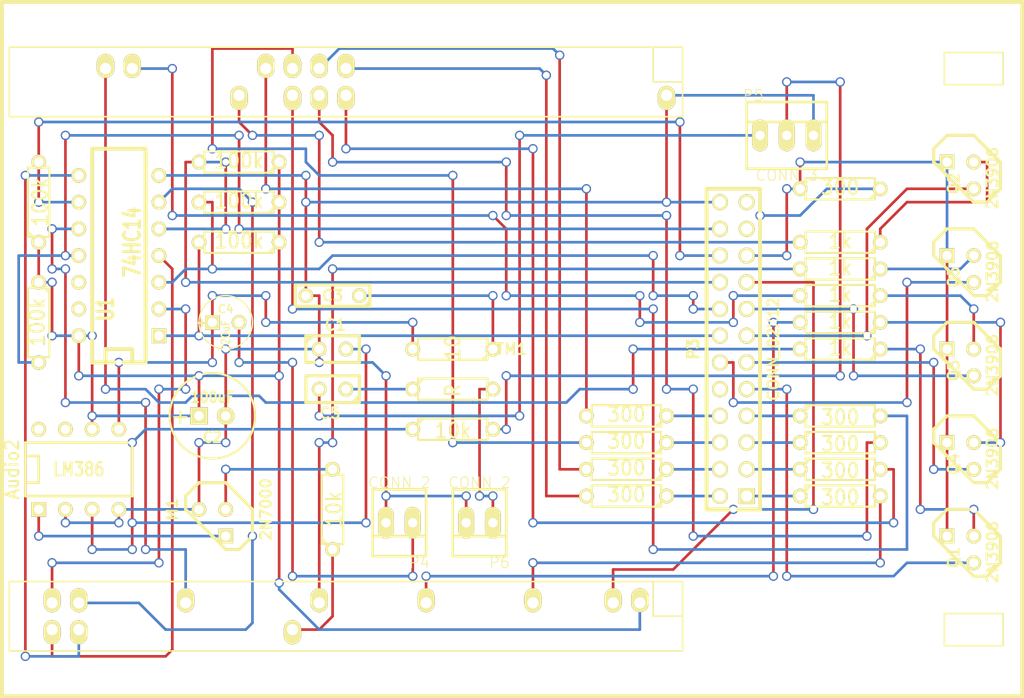
<source format=kicad_pcb>
(kicad_pcb (version 3) (host pcbnew "(2013-07-07 BZR 4022)-stable")

  (general
    (links 86)
    (no_connects 0)
    (area 142.113 89.281 241.273301 159.174501)
    (thickness 1.6)
    (drawings 0)
    (tracks 462)
    (zones 0)
    (modules 41)
    (nets 57)
  )

  (page A3)
  (layers
    (15 F.Cu signal)
    (0 B.Cu signal)
    (16 B.Adhes user)
    (17 F.Adhes user)
    (18 B.Paste user)
    (19 F.Paste user)
    (20 B.SilkS user)
    (21 F.SilkS user)
    (22 B.Mask user)
    (23 F.Mask user)
    (24 Dwgs.User user)
    (25 Cmts.User user)
    (26 Eco1.User user)
    (27 Eco2.User user)
    (28 Edge.Cuts user)
  )

  (setup
    (last_trace_width 0.254)
    (trace_clearance 0.254)
    (zone_clearance 0.508)
    (zone_45_only no)
    (trace_min 0.254)
    (segment_width 0.2)
    (edge_width 0.1)
    (via_size 0.889)
    (via_drill 0.635)
    (via_min_size 0.889)
    (via_min_drill 0.508)
    (uvia_size 0.508)
    (uvia_drill 0.127)
    (uvias_allowed no)
    (uvia_min_size 0.508)
    (uvia_min_drill 0.127)
    (pcb_text_width 0.3)
    (pcb_text_size 1.5 1.5)
    (mod_edge_width 0.15)
    (mod_text_size 1 1)
    (mod_text_width 0.15)
    (pad_size 1.397 1.397)
    (pad_drill 0.889)
    (pad_to_mask_clearance 0)
    (aux_axis_origin 0 0)
    (visible_elements 7FFFFBFF)
    (pcbplotparams
      (layerselection 3178497)
      (usegerberextensions true)
      (excludeedgelayer true)
      (linewidth 0.150000)
      (plotframeref false)
      (viasonmask false)
      (mode 1)
      (useauxorigin false)
      (hpglpennumber 1)
      (hpglpenspeed 20)
      (hpglpendiameter 15)
      (hpglpenoverlay 2)
      (psnegative false)
      (psa4output false)
      (plotreference true)
      (plotvalue true)
      (plotothertext true)
      (plotinvisibletext false)
      (padsonsilk false)
      (subtractmaskfromsilk false)
      (outputformat 1)
      (mirror false)
      (drillshape 1)
      (scaleselection 1)
      (outputdirectory ""))
  )

  (net 0 "")
  (net 1 3V_205)
  (net 2 5V_203)
  (net 3 AudioIn)
  (net 4 AudioJackGrnd)
  (net 5 AudiojackOut)
  (net 6 DIG_COLON)
  (net 7 DIG_H01)
  (net 8 DIG_H10)
  (net 9 DIG_M01)
  (net 10 DIG_M10)
  (net 11 N-0000041)
  (net 12 N-0000042)
  (net 13 N-0000043)
  (net 14 N-0000044)
  (net 15 N-0000045)
  (net 16 N-0000048)
  (net 17 N-0000049)
  (net 18 N-0000050)
  (net 19 N-0000051)
  (net 20 N-0000053)
  (net 21 PC10)
  (net 22 PC6)
  (net 23 PC7)
  (net 24 PC8)
  (net 25 PC9)
  (net 26 PD10)
  (net 27 PD11)
  (net 28 PD6)
  (net 29 PD7)
  (net 30 PD8)
  (net 31 PD9)
  (net 32 PE10)
  (net 33 PE11)
  (net 34 PE12)
  (net 35 PE13)
  (net 36 PE6)
  (net 37 PE7)
  (net 38 PE8)
  (net 39 PE9)
  (net 40 PHOTO-)
  (net 41 S1)
  (net 42 S2)
  (net 43 S3)
  (net 44 S4)
  (net 45 S5)
  (net 46 SEG_A)
  (net 47 SEG_B)
  (net 48 SEG_C)
  (net 49 SEG_D)
  (net 50 SEG_DP)
  (net 51 SEG_E)
  (net 52 SEG_F)
  (net 53 SEG_G)
  (net 54 SPKR+)
  (net 55 VOL+)
  (net 56 VOL_SEL)

  (net_class Default "This is the default net class."
    (clearance 0.254)
    (trace_width 0.254)
    (via_dia 0.889)
    (via_drill 0.635)
    (uvia_dia 0.508)
    (uvia_drill 0.127)
    (add_net "")
    (add_net 3V_205)
    (add_net 5V_203)
    (add_net AudioIn)
    (add_net AudioJackGrnd)
    (add_net AudiojackOut)
    (add_net DIG_COLON)
    (add_net DIG_H01)
    (add_net DIG_H10)
    (add_net DIG_M01)
    (add_net DIG_M10)
    (add_net N-0000041)
    (add_net N-0000042)
    (add_net N-0000043)
    (add_net N-0000044)
    (add_net N-0000045)
    (add_net N-0000048)
    (add_net N-0000049)
    (add_net N-0000050)
    (add_net N-0000051)
    (add_net N-0000053)
    (add_net PC10)
    (add_net PC6)
    (add_net PC7)
    (add_net PC8)
    (add_net PC9)
    (add_net PD10)
    (add_net PD11)
    (add_net PD6)
    (add_net PD7)
    (add_net PD8)
    (add_net PD9)
    (add_net PE10)
    (add_net PE11)
    (add_net PE12)
    (add_net PE13)
    (add_net PE6)
    (add_net PE7)
    (add_net PE8)
    (add_net PE9)
    (add_net PHOTO-)
    (add_net S1)
    (add_net S2)
    (add_net S3)
    (add_net S4)
    (add_net S5)
    (add_net SEG_A)
    (add_net SEG_B)
    (add_net SEG_C)
    (add_net SEG_D)
    (add_net SEG_DP)
    (add_net SEG_E)
    (add_net SEG_F)
    (add_net SEG_G)
    (add_net SPKR+)
    (add_net VOL+)
    (add_net VOL_SEL)
  )

  (module STM32F4DISC (layer F.Cu) (tedit 5583B75A) (tstamp 5580A0FF)
    (at 191.77 124.46)
    (descr "STM32 F4 Discovery Header")
    (tags "STM32F4 Discovery")
    (path /557DEA42/55807EE7)
    (fp_text reference STM1 (at 0 1.27) (layer F.SilkS)
      (effects (font (size 1.016 1.016) (thickness 0.2032)))
    )
    (fp_text value STM32_F4_DISCOVERY (at 0 -1.27) (layer F.SilkS) hide
      (effects (font (size 1.016 0.889) (thickness 0.2032)))
    )
    (fp_line (start 41.656 -26.924) (end 47.244 -26.924) (layer F.SilkS) (width 0.15))
    (fp_line (start 47.244 -26.924) (end 47.244 -23.876) (layer F.SilkS) (width 0.15))
    (fp_line (start 47.244 -23.876) (end 41.656 -23.876) (layer F.SilkS) (width 0.15))
    (fp_line (start 41.656 -23.876) (end 41.656 -26.924) (layer F.SilkS) (width 0.15))
    (fp_line (start 47.244 26.416) (end 41.656 26.416) (layer F.SilkS) (width 0.15))
    (fp_line (start 41.656 26.416) (end 41.656 29.464) (layer F.SilkS) (width 0.15))
    (fp_line (start 41.656 29.464) (end 47.244 29.464) (layer F.SilkS) (width 0.15))
    (fp_line (start 47.244 29.464) (end 47.244 26.416) (layer F.SilkS) (width 0.15))
    (fp_line (start 13.97 23.368) (end 13.97 26.67) (layer F.SilkS) (width 0.15))
    (fp_line (start 13.97 26.67) (end 16.764 26.67) (layer F.SilkS) (width 0.15))
    (fp_line (start 16.764 23.368) (end -47.244 23.368) (layer F.SilkS) (width 0.15))
    (fp_line (start -47.244 23.368) (end -47.244 29.972) (layer F.SilkS) (width 0.15))
    (fp_line (start -47.244 29.972) (end 16.764 29.972) (layer F.SilkS) (width 0.15))
    (fp_line (start 16.764 29.972) (end 16.764 23.368) (layer F.SilkS) (width 0.15))
    (fp_line (start 13.97 -27.432) (end 13.97 -24.13) (layer F.SilkS) (width 0.15))
    (fp_line (start 13.97 -24.13) (end 16.764 -24.13) (layer F.SilkS) (width 0.15))
    (fp_line (start 16.764 -27.432) (end -47.244 -27.432) (layer F.SilkS) (width 0.15))
    (fp_line (start -47.244 -27.432) (end -47.244 -20.828) (layer F.SilkS) (width 0.15))
    (fp_line (start -47.244 -20.828) (end 16.764 -20.828) (layer F.SilkS) (width 0.15))
    (fp_line (start 16.764 -20.828) (end 16.764 -27.432) (layer F.SilkS) (width 0.15))
    (fp_line (start 49.0588 -31.73) (end -47.9412 -31.73) (layer F.SilkS) (width 0.381))
    (fp_line (start -47.9412 34.27) (end 49.0588 34.27) (layer F.SilkS) (width 0.381))
    (fp_line (start 49.0588 34.27) (end 49.0588 -31.73) (layer F.SilkS) (width 0.381))
    (fp_line (start -47.9412 34.27) (end -47.9412 -31.73) (layer F.SilkS) (width 0.381))
    (pad 1-25 thru_hole oval (at -15.24 -25.4) (size 1.651 2.286) (drill 1.0668 (offset 0 -0.254))
      (layers *.Cu *.Mask F.SilkS)
      (net 37 PE7)
    )
    (pad 1-27 thru_hole oval (at -17.78 -25.4) (size 1.651 2.286) (drill 1.0668 (offset 0 -0.254))
      (layers *.Cu *.Mask F.SilkS)
      (net 39 PE9)
    )
    (pad 1-29 thru_hole oval (at -20.32 -25.4) (size 1.651 2.286) (drill 1.0668 (offset 0 -0.254))
      (layers *.Cu *.Mask F.SilkS)
      (net 33 PE11)
    )
    (pad 1-31 thru_hole oval (at -22.86 -25.4) (size 1.651 2.286) (drill 1.0668 (offset 0 -0.254))
      (layers *.Cu *.Mask F.SilkS)
      (net 35 PE13)
    )
    (pad 1-41 thru_hole oval (at -35.56 -25.4) (size 1.651 2.286) (drill 1.0668 (offset 0 -0.254))
      (layers *.Cu *.Mask F.SilkS)
      (net 31 PD9)
    )
    (pad 1-43 thru_hole oval (at -38.1 -25.4) (size 1.651 2.286) (drill 1.0668 (offset 0 -0.254))
      (layers *.Cu *.Mask F.SilkS)
      (net 27 PD11)
    )
    (pad 1-2 thru_hole oval (at 15.24 -22.86 180) (size 1.651 2.286) (drill 1.0668 (offset 0 -0.254))
      (layers *.Cu *.Mask F.SilkS)
      (net 4 AudioJackGrnd)
    )
    (pad 1-26 thru_hole oval (at -15.24 -22.86 180) (size 1.651 2.286) (drill 1.0668 (offset 0 -0.254))
      (layers *.Cu *.Mask F.SilkS)
      (net 38 PE8)
    )
    (pad 1-28 thru_hole oval (at -17.78 -22.86 180) (size 1.651 2.286) (drill 1.0668 (offset 0 -0.254))
      (layers *.Cu *.Mask F.SilkS)
      (net 32 PE10)
    )
    (pad 1-30 thru_hole oval (at -20.32 -22.86 180) (size 1.651 2.286) (drill 1.0668 (offset 0 -0.254))
      (layers *.Cu *.Mask F.SilkS)
      (net 34 PE12)
    )
    (pad 1-34 thru_hole oval (at -25.4 -22.86 180) (size 1.651 2.286) (drill 1.0668 (offset 0 -0.254))
      (layers *.Cu *.Mask F.SilkS)
      (net 26 PD10)
    )
    (pad 2-3 thru_hole oval (at 12.7 25.4) (size 1.651 2.286) (drill 1.0668 (offset 0 -0.254))
      (layers *.Cu *.Mask F.SilkS)
      (net 2 5V_203)
    )
    (pad 2-5 thru_hole oval (at 10.16 25.4) (size 1.651 2.286) (drill 1.0668 (offset 0 -0.254))
      (layers *.Cu *.Mask F.SilkS)
      (net 1 3V_205)
    )
    (pad 2-11 thru_hole oval (at 2.54 25.4) (size 1.651 2.286) (drill 1.0668 (offset 0 -0.254))
      (layers *.Cu *.Mask F.SilkS)
      (net 36 PE6)
    )
    (pad 2-19 thru_hole oval (at -7.62 25.4) (size 1.651 2.286) (drill 1.0668 (offset 0 -0.254))
      (layers *.Cu *.Mask F.SilkS)
      (net 30 PD8)
    )
    (pad 2-27 thru_hole oval (at -17.78 25.4) (size 1.651 2.286) (drill 1.0668 (offset 0 -0.254))
      (layers *.Cu *.Mask F.SilkS)
      (net 29 PD7)
    )
    (pad 2-37 thru_hole oval (at -30.48 25.4) (size 1.651 2.286) (drill 1.0668 (offset 0 -0.254))
      (layers *.Cu *.Mask F.SilkS)
      (net 21 PC10)
    )
    (pad 2-45 thru_hole oval (at -40.64 25.4) (size 1.651 2.286) (drill 1.0668 (offset 0 -0.254))
      (layers *.Cu *.Mask F.SilkS)
      (net 24 PC8)
    )
    (pad 2-47 thru_hole oval (at -43.18 25.4) (size 1.651 2.286) (drill 1.0668 (offset 0 -0.254))
      (layers *.Cu *.Mask F.SilkS)
      (net 22 PC6)
    )
    (pad 2-30 thru_hole oval (at -20.32 27.94 180) (size 1.651 2.286) (drill 1.0668 (offset 0 -0.254))
      (layers *.Cu *.Mask F.SilkS)
      (net 28 PD6)
    )
    (pad 2-46 thru_hole oval (at -40.64 27.94 180) (size 1.651 2.286) (drill 1.0668 (offset 0 -0.254))
      (layers *.Cu *.Mask F.SilkS)
      (net 25 PC9)
    )
    (pad 2-48 thru_hole oval (at -43.18 27.94 180) (size 1.651 2.286) (drill 1.0668 (offset 0 -0.254))
      (layers *.Cu *.Mask F.SilkS)
      (net 23 PC7)
    )
    (model walter/conn_misc/stm32f4_discovery_header.wrl
      (at (xyz 0 0 0))
      (scale (xyz 1 1 1))
      (rotate (xyz 0 0 0))
    )
  )

  (module TO92DGS (layer F.Cu) (tedit 5583B415) (tstamp 5580A030)
    (at 163.83 142.24 270)
    (descr "Transistor TO92 brochage type BC237")
    (tags "TR TO92")
    (path /557B7DE3/55809FE3)
    (fp_text reference M1 (at -1.27 3.81 270) (layer F.SilkS)
      (effects (font (size 1.016 1.016) (thickness 0.2032)))
    )
    (fp_text value 2N7000 (at -1.27 -5.08 270) (layer F.SilkS)
      (effects (font (size 1.016 1.016) (thickness 0.2032)))
    )
    (fp_line (start -1.27 2.54) (end 2.54 -1.27) (layer F.SilkS) (width 0.3048))
    (fp_line (start 2.54 -1.27) (end 2.54 -2.54) (layer F.SilkS) (width 0.3048))
    (fp_line (start 2.54 -2.54) (end 1.27 -3.81) (layer F.SilkS) (width 0.3048))
    (fp_line (start 1.27 -3.81) (end -1.27 -3.81) (layer F.SilkS) (width 0.3048))
    (fp_line (start -1.27 -3.81) (end -3.81 -1.27) (layer F.SilkS) (width 0.3048))
    (fp_line (start -3.81 -1.27) (end -3.81 1.27) (layer F.SilkS) (width 0.3048))
    (fp_line (start -3.81 1.27) (end -2.54 2.54) (layer F.SilkS) (width 0.3048))
    (fp_line (start -2.54 2.54) (end -1.27 2.54) (layer F.SilkS) (width 0.3048))
    (pad D thru_hole rect (at 1.27 -1.27 270) (size 1.397 1.397) (drill 0.889)
      (layers *.Cu *.Mask F.SilkS)
      (net 20 N-0000053)
    )
    (pad G thru_hole circle (at -1.27 -1.27 270) (size 1.397 1.397) (drill 0.889)
      (layers *.Cu *.Mask F.SilkS)
      (net 18 N-0000050)
    )
    (pad S thru_hole circle (at -1.27 1.27 270) (size 1.397 1.397) (drill 0.889)
      (layers *.Cu *.Mask F.SilkS)
      (net 4 AudioJackGrnd)
    )
    (model discret/to98.wrl
      (at (xyz 0 0 0))
      (scale (xyz 1 1 1))
      (rotate (xyz 0 0 0))
    )
  )

  (module TO92-CBE (layer F.Cu) (tedit 5583B605) (tstamp 5580A03F)
    (at 234.95 135.89 270)
    (descr "Transistor TO92 brochage type BC237")
    (tags "TR TO92")
    (path /557B65AF/5580850A)
    (fp_text reference Q4 (at 0.762 0.635 270) (layer F.SilkS)
      (effects (font (size 1.016 1.016) (thickness 0.2032)))
    )
    (fp_text value 2N3906 (at 0.254 -3.048 270) (layer F.SilkS)
      (effects (font (size 1.016 1.016) (thickness 0.2032)))
    )
    (fp_line (start -1.27 2.54) (end 2.54 -1.27) (layer F.SilkS) (width 0.3048))
    (fp_line (start 2.54 -1.27) (end 2.54 -2.54) (layer F.SilkS) (width 0.3048))
    (fp_line (start 2.54 -2.54) (end 1.27 -3.81) (layer F.SilkS) (width 0.3048))
    (fp_line (start 1.27 -3.81) (end -1.27 -3.81) (layer F.SilkS) (width 0.3048))
    (fp_line (start -1.27 -3.81) (end -3.81 -1.27) (layer F.SilkS) (width 0.3048))
    (fp_line (start -3.81 -1.27) (end -3.81 1.27) (layer F.SilkS) (width 0.3048))
    (fp_line (start -3.81 1.27) (end -2.54 2.54) (layer F.SilkS) (width 0.3048))
    (fp_line (start -2.54 2.54) (end -1.27 2.54) (layer F.SilkS) (width 0.3048))
    (pad E thru_hole rect (at -1.27 1.27 270) (size 1.397 1.397) (drill 0.889)
      (layers *.Cu *.Mask F.SilkS)
      (net 40 PHOTO-)
    )
    (pad B thru_hole circle (at -1.27 -1.27 270) (size 1.397 1.397) (drill 0.889)
      (layers *.Cu *.Mask F.SilkS)
      (net 14 N-0000044)
    )
    (pad C thru_hole circle (at 1.27 -1.27 270) (size 1.397 1.397) (drill 0.889)
      (layers *.Cu *.Mask F.SilkS)
      (net 10 DIG_M10)
    )
    (model discret/to98.wrl
      (at (xyz 0 0 0))
      (scale (xyz 1 1 1))
      (rotate (xyz 0 0 0))
    )
  )

  (module TO92-CBE (layer F.Cu) (tedit 5583B5EF) (tstamp 5580A04E)
    (at 234.95 118.11 270)
    (descr "Transistor TO92 brochage type BC237")
    (tags "TR TO92")
    (path /557B65AF/55808477)
    (fp_text reference Q5 (at 0.762 0.635 270) (layer F.SilkS)
      (effects (font (size 1.016 1.016) (thickness 0.2032)))
    )
    (fp_text value 2N3906 (at 0.254 -3.048 270) (layer F.SilkS)
      (effects (font (size 1.016 1.016) (thickness 0.2032)))
    )
    (fp_line (start -1.27 2.54) (end 2.54 -1.27) (layer F.SilkS) (width 0.3048))
    (fp_line (start 2.54 -1.27) (end 2.54 -2.54) (layer F.SilkS) (width 0.3048))
    (fp_line (start 2.54 -2.54) (end 1.27 -3.81) (layer F.SilkS) (width 0.3048))
    (fp_line (start 1.27 -3.81) (end -1.27 -3.81) (layer F.SilkS) (width 0.3048))
    (fp_line (start -1.27 -3.81) (end -3.81 -1.27) (layer F.SilkS) (width 0.3048))
    (fp_line (start -3.81 -1.27) (end -3.81 1.27) (layer F.SilkS) (width 0.3048))
    (fp_line (start -3.81 1.27) (end -2.54 2.54) (layer F.SilkS) (width 0.3048))
    (fp_line (start -2.54 2.54) (end -1.27 2.54) (layer F.SilkS) (width 0.3048))
    (pad E thru_hole rect (at -1.27 1.27 270) (size 1.397 1.397) (drill 0.889)
      (layers *.Cu *.Mask F.SilkS)
      (net 40 PHOTO-)
    )
    (pad B thru_hole circle (at -1.27 -1.27 270) (size 1.397 1.397) (drill 0.889)
      (layers *.Cu *.Mask F.SilkS)
      (net 12 N-0000042)
    )
    (pad C thru_hole circle (at 1.27 -1.27 270) (size 1.397 1.397) (drill 0.889)
      (layers *.Cu *.Mask F.SilkS)
      (net 9 DIG_M01)
    )
    (model discret/to98.wrl
      (at (xyz 0 0 0))
      (scale (xyz 1 1 1))
      (rotate (xyz 0 0 0))
    )
  )

  (module TO92-CBE (layer F.Cu) (tedit 5583B5FA) (tstamp 5580A05D)
    (at 234.95 127 270)
    (descr "Transistor TO92 brochage type BC237")
    (tags "TR TO92")
    (path /557B65AF/55808471)
    (fp_text reference Q3 (at 0.762 0.635 270) (layer F.SilkS)
      (effects (font (size 1.016 1.016) (thickness 0.2032)))
    )
    (fp_text value 2N3906 (at 0.254 -3.048 270) (layer F.SilkS)
      (effects (font (size 1.016 1.016) (thickness 0.2032)))
    )
    (fp_line (start -1.27 2.54) (end 2.54 -1.27) (layer F.SilkS) (width 0.3048))
    (fp_line (start 2.54 -1.27) (end 2.54 -2.54) (layer F.SilkS) (width 0.3048))
    (fp_line (start 2.54 -2.54) (end 1.27 -3.81) (layer F.SilkS) (width 0.3048))
    (fp_line (start 1.27 -3.81) (end -1.27 -3.81) (layer F.SilkS) (width 0.3048))
    (fp_line (start -1.27 -3.81) (end -3.81 -1.27) (layer F.SilkS) (width 0.3048))
    (fp_line (start -3.81 -1.27) (end -3.81 1.27) (layer F.SilkS) (width 0.3048))
    (fp_line (start -3.81 1.27) (end -2.54 2.54) (layer F.SilkS) (width 0.3048))
    (fp_line (start -2.54 2.54) (end -1.27 2.54) (layer F.SilkS) (width 0.3048))
    (pad E thru_hole rect (at -1.27 1.27 270) (size 1.397 1.397) (drill 0.889)
      (layers *.Cu *.Mask F.SilkS)
      (net 40 PHOTO-)
    )
    (pad B thru_hole circle (at -1.27 -1.27 270) (size 1.397 1.397) (drill 0.889)
      (layers *.Cu *.Mask F.SilkS)
      (net 15 N-0000045)
    )
    (pad C thru_hole circle (at 1.27 -1.27 270) (size 1.397 1.397) (drill 0.889)
      (layers *.Cu *.Mask F.SilkS)
      (net 6 DIG_COLON)
    )
    (model discret/to98.wrl
      (at (xyz 0 0 0))
      (scale (xyz 1 1 1))
      (rotate (xyz 0 0 0))
    )
  )

  (module TO92-CBE (layer F.Cu) (tedit 5583B60A) (tstamp 5580A06C)
    (at 234.95 144.78 270)
    (descr "Transistor TO92 brochage type BC237")
    (tags "TR TO92")
    (path /557B65AF/55808464)
    (fp_text reference Q1 (at 0.762 0.635 270) (layer F.SilkS)
      (effects (font (size 1.016 1.016) (thickness 0.2032)))
    )
    (fp_text value 2N3906 (at 0.254 -3.048 270) (layer F.SilkS)
      (effects (font (size 1.016 1.016) (thickness 0.2032)))
    )
    (fp_line (start -1.27 2.54) (end 2.54 -1.27) (layer F.SilkS) (width 0.3048))
    (fp_line (start 2.54 -1.27) (end 2.54 -2.54) (layer F.SilkS) (width 0.3048))
    (fp_line (start 2.54 -2.54) (end 1.27 -3.81) (layer F.SilkS) (width 0.3048))
    (fp_line (start 1.27 -3.81) (end -1.27 -3.81) (layer F.SilkS) (width 0.3048))
    (fp_line (start -1.27 -3.81) (end -3.81 -1.27) (layer F.SilkS) (width 0.3048))
    (fp_line (start -3.81 -1.27) (end -3.81 1.27) (layer F.SilkS) (width 0.3048))
    (fp_line (start -3.81 1.27) (end -2.54 2.54) (layer F.SilkS) (width 0.3048))
    (fp_line (start -2.54 2.54) (end -1.27 2.54) (layer F.SilkS) (width 0.3048))
    (pad E thru_hole rect (at -1.27 1.27 270) (size 1.397 1.397) (drill 0.889)
      (layers *.Cu *.Mask F.SilkS)
      (net 40 PHOTO-)
    )
    (pad B thru_hole circle (at -1.27 -1.27 270) (size 1.397 1.397) (drill 0.889)
      (layers *.Cu *.Mask F.SilkS)
      (net 13 N-0000043)
    )
    (pad C thru_hole circle (at 1.27 -1.27 270) (size 1.397 1.397) (drill 0.889)
      (layers *.Cu *.Mask F.SilkS)
      (net 8 DIG_H10)
    )
    (model discret/to98.wrl
      (at (xyz 0 0 0))
      (scale (xyz 1 1 1))
      (rotate (xyz 0 0 0))
    )
  )

  (module TO92-CBE (layer F.Cu) (tedit 5583B5E1) (tstamp 5580A07B)
    (at 234.95 109.22 270)
    (descr "Transistor TO92 brochage type BC237")
    (tags "TR TO92")
    (path /557B65AF/55808443)
    (fp_text reference Q2 (at 0.762 0.635 270) (layer F.SilkS)
      (effects (font (size 1.016 1.016) (thickness 0.2032)))
    )
    (fp_text value 2N3906 (at 0.254 -3.048 270) (layer F.SilkS)
      (effects (font (size 1.016 1.016) (thickness 0.2032)))
    )
    (fp_line (start -1.27 2.54) (end 2.54 -1.27) (layer F.SilkS) (width 0.3048))
    (fp_line (start 2.54 -1.27) (end 2.54 -2.54) (layer F.SilkS) (width 0.3048))
    (fp_line (start 2.54 -2.54) (end 1.27 -3.81) (layer F.SilkS) (width 0.3048))
    (fp_line (start 1.27 -3.81) (end -1.27 -3.81) (layer F.SilkS) (width 0.3048))
    (fp_line (start -1.27 -3.81) (end -3.81 -1.27) (layer F.SilkS) (width 0.3048))
    (fp_line (start -3.81 -1.27) (end -3.81 1.27) (layer F.SilkS) (width 0.3048))
    (fp_line (start -3.81 1.27) (end -2.54 2.54) (layer F.SilkS) (width 0.3048))
    (fp_line (start -2.54 2.54) (end -1.27 2.54) (layer F.SilkS) (width 0.3048))
    (pad E thru_hole rect (at -1.27 1.27 270) (size 1.397 1.397) (drill 0.889)
      (layers *.Cu *.Mask F.SilkS)
      (net 40 PHOTO-)
    )
    (pad B thru_hole circle (at -1.27 -1.27 270) (size 1.397 1.397) (drill 0.889)
      (layers *.Cu *.Mask F.SilkS)
      (net 11 N-0000041)
    )
    (pad C thru_hole circle (at 1.27 -1.27 270) (size 1.397 1.397) (drill 0.889)
      (layers *.Cu *.Mask F.SilkS)
      (net 7 DIG_H01)
    )
    (model discret/to98.wrl
      (at (xyz 0 0 0))
      (scale (xyz 1 1 1))
      (rotate (xyz 0 0 0))
    )
  )

  (module R3 (layer F.Cu) (tedit 5583B596) (tstamp 5580A10D)
    (at 223.52 120.65 180)
    (descr "Resitance 3 pas")
    (tags R)
    (path /557B65AF/557F2DCB)
    (autoplace_cost180 10)
    (fp_text reference R21 (at 0 0.127 180) (layer F.SilkS) hide
      (effects (font (size 1.397 1.27) (thickness 0.2032)))
    )
    (fp_text value 1k (at 0 0.127 180) (layer F.SilkS)
      (effects (font (size 1.397 1.27) (thickness 0.2032)))
    )
    (fp_line (start -3.81 0) (end -3.302 0) (layer F.SilkS) (width 0.2032))
    (fp_line (start 3.81 0) (end 3.302 0) (layer F.SilkS) (width 0.2032))
    (fp_line (start 3.302 0) (end 3.302 -1.016) (layer F.SilkS) (width 0.2032))
    (fp_line (start 3.302 -1.016) (end -3.302 -1.016) (layer F.SilkS) (width 0.2032))
    (fp_line (start -3.302 -1.016) (end -3.302 1.016) (layer F.SilkS) (width 0.2032))
    (fp_line (start -3.302 1.016) (end 3.302 1.016) (layer F.SilkS) (width 0.2032))
    (fp_line (start 3.302 1.016) (end 3.302 0) (layer F.SilkS) (width 0.2032))
    (fp_line (start -3.302 -0.508) (end -2.794 -1.016) (layer F.SilkS) (width 0.2032))
    (pad 1 thru_hole circle (at -3.81 0 180) (size 1.397 1.397) (drill 0.889)
      (layers *.Cu *.Mask F.SilkS)
      (net 15 N-0000045)
    )
    (pad 2 thru_hole circle (at 3.81 0 180) (size 1.397 1.397) (drill 0.889)
      (layers *.Cu *.Mask F.SilkS)
      (net 31 PD9)
    )
    (model discret/resistor.wrl
      (at (xyz 0 0 0))
      (scale (xyz 0.3 0.3 0.3))
      (rotate (xyz 0 0 0))
    )
  )

  (module R3 (layer F.Cu) (tedit 5583B51D) (tstamp 5580A11B)
    (at 166.37 115.57 180)
    (descr "Resitance 3 pas")
    (tags R)
    (path /557DFB99/557DFC47)
    (autoplace_cost180 10)
    (fp_text reference R14 (at 0 0.127 180) (layer F.SilkS) hide
      (effects (font (size 1.397 1.27) (thickness 0.2032)))
    )
    (fp_text value 100k (at 0 0.127 180) (layer F.SilkS)
      (effects (font (size 1.397 1.27) (thickness 0.2032)))
    )
    (fp_line (start -3.81 0) (end -3.302 0) (layer F.SilkS) (width 0.2032))
    (fp_line (start 3.81 0) (end 3.302 0) (layer F.SilkS) (width 0.2032))
    (fp_line (start 3.302 0) (end 3.302 -1.016) (layer F.SilkS) (width 0.2032))
    (fp_line (start 3.302 -1.016) (end -3.302 -1.016) (layer F.SilkS) (width 0.2032))
    (fp_line (start -3.302 -1.016) (end -3.302 1.016) (layer F.SilkS) (width 0.2032))
    (fp_line (start -3.302 1.016) (end 3.302 1.016) (layer F.SilkS) (width 0.2032))
    (fp_line (start 3.302 1.016) (end 3.302 0) (layer F.SilkS) (width 0.2032))
    (fp_line (start -3.302 -0.508) (end -2.794 -1.016) (layer F.SilkS) (width 0.2032))
    (pad 1 thru_hole circle (at -3.81 0 180) (size 1.397 1.397) (drill 0.889)
      (layers *.Cu *.Mask F.SilkS)
      (net 2 5V_203)
    )
    (pad 2 thru_hole circle (at 3.81 0 180) (size 1.397 1.397) (drill 0.889)
      (layers *.Cu *.Mask F.SilkS)
      (net 41 S1)
    )
    (model discret/resistor.wrl
      (at (xyz 0 0 0))
      (scale (xyz 0.3 0.3 0.3))
      (rotate (xyz 0 0 0))
    )
  )

  (module R3 (layer F.Cu) (tedit 5583B5C4) (tstamp 5580A129)
    (at 223.52 134.62)
    (descr "Resitance 3 pas")
    (tags R)
    (path /557B65AF/557B7BA6)
    (autoplace_cost180 10)
    (fp_text reference R6 (at 0 0.127) (layer F.SilkS) hide
      (effects (font (size 1.397 1.27) (thickness 0.2032)))
    )
    (fp_text value 300 (at 0 0.127) (layer F.SilkS)
      (effects (font (size 1.397 1.27) (thickness 0.2032)))
    )
    (fp_line (start -3.81 0) (end -3.302 0) (layer F.SilkS) (width 0.2032))
    (fp_line (start 3.81 0) (end 3.302 0) (layer F.SilkS) (width 0.2032))
    (fp_line (start 3.302 0) (end 3.302 -1.016) (layer F.SilkS) (width 0.2032))
    (fp_line (start 3.302 -1.016) (end -3.302 -1.016) (layer F.SilkS) (width 0.2032))
    (fp_line (start -3.302 -1.016) (end -3.302 1.016) (layer F.SilkS) (width 0.2032))
    (fp_line (start -3.302 1.016) (end 3.302 1.016) (layer F.SilkS) (width 0.2032))
    (fp_line (start 3.302 1.016) (end 3.302 0) (layer F.SilkS) (width 0.2032))
    (fp_line (start -3.302 -0.508) (end -2.794 -1.016) (layer F.SilkS) (width 0.2032))
    (pad 1 thru_hole circle (at -3.81 0) (size 1.397 1.397) (drill 0.889)
      (layers *.Cu *.Mask F.SilkS)
      (net 51 SEG_E)
    )
    (pad 2 thru_hole circle (at 3.81 0) (size 1.397 1.397) (drill 0.889)
      (layers *.Cu *.Mask F.SilkS)
      (net 32 PE10)
    )
    (model discret/resistor.wrl
      (at (xyz 0 0 0))
      (scale (xyz 0.3 0.3 0.3))
      (rotate (xyz 0 0 0))
    )
  )

  (module R3 (layer F.Cu) (tedit 5583B48B) (tstamp 5580A137)
    (at 203.2 134.62 180)
    (descr "Resitance 3 pas")
    (tags R)
    (path /557B65AF/557B7BAC)
    (autoplace_cost180 10)
    (fp_text reference R7 (at 0 0.127 180) (layer F.SilkS) hide
      (effects (font (size 1.397 1.27) (thickness 0.2032)))
    )
    (fp_text value 300 (at 0 0.127 180) (layer F.SilkS)
      (effects (font (size 1.397 1.27) (thickness 0.2032)))
    )
    (fp_line (start -3.81 0) (end -3.302 0) (layer F.SilkS) (width 0.2032))
    (fp_line (start 3.81 0) (end 3.302 0) (layer F.SilkS) (width 0.2032))
    (fp_line (start 3.302 0) (end 3.302 -1.016) (layer F.SilkS) (width 0.2032))
    (fp_line (start 3.302 -1.016) (end -3.302 -1.016) (layer F.SilkS) (width 0.2032))
    (fp_line (start -3.302 -1.016) (end -3.302 1.016) (layer F.SilkS) (width 0.2032))
    (fp_line (start -3.302 1.016) (end 3.302 1.016) (layer F.SilkS) (width 0.2032))
    (fp_line (start 3.302 1.016) (end 3.302 0) (layer F.SilkS) (width 0.2032))
    (fp_line (start -3.302 -0.508) (end -2.794 -1.016) (layer F.SilkS) (width 0.2032))
    (pad 1 thru_hole circle (at -3.81 0 180) (size 1.397 1.397) (drill 0.889)
      (layers *.Cu *.Mask F.SilkS)
      (net 52 SEG_F)
    )
    (pad 2 thru_hole circle (at 3.81 0 180) (size 1.397 1.397) (drill 0.889)
      (layers *.Cu *.Mask F.SilkS)
      (net 33 PE11)
    )
    (model discret/resistor.wrl
      (at (xyz 0 0 0))
      (scale (xyz 0.3 0.3 0.3))
      (rotate (xyz 0 0 0))
    )
  )

  (module R3 (layer F.Cu) (tedit 5583B5B7) (tstamp 5580A145)
    (at 223.52 132.08)
    (descr "Resitance 3 pas")
    (tags R)
    (path /557B65AF/557B7BB2)
    (autoplace_cost180 10)
    (fp_text reference R9 (at 0 0.127) (layer F.SilkS) hide
      (effects (font (size 1.397 1.27) (thickness 0.2032)))
    )
    (fp_text value 300 (at 0 0.127) (layer F.SilkS)
      (effects (font (size 1.397 1.27) (thickness 0.2032)))
    )
    (fp_line (start -3.81 0) (end -3.302 0) (layer F.SilkS) (width 0.2032))
    (fp_line (start 3.81 0) (end 3.302 0) (layer F.SilkS) (width 0.2032))
    (fp_line (start 3.302 0) (end 3.302 -1.016) (layer F.SilkS) (width 0.2032))
    (fp_line (start 3.302 -1.016) (end -3.302 -1.016) (layer F.SilkS) (width 0.2032))
    (fp_line (start -3.302 -1.016) (end -3.302 1.016) (layer F.SilkS) (width 0.2032))
    (fp_line (start -3.302 1.016) (end 3.302 1.016) (layer F.SilkS) (width 0.2032))
    (fp_line (start 3.302 1.016) (end 3.302 0) (layer F.SilkS) (width 0.2032))
    (fp_line (start -3.302 -0.508) (end -2.794 -1.016) (layer F.SilkS) (width 0.2032))
    (pad 1 thru_hole circle (at -3.81 0) (size 1.397 1.397) (drill 0.889)
      (layers *.Cu *.Mask F.SilkS)
      (net 53 SEG_G)
    )
    (pad 2 thru_hole circle (at 3.81 0) (size 1.397 1.397) (drill 0.889)
      (layers *.Cu *.Mask F.SilkS)
      (net 34 PE12)
    )
    (model discret/resistor.wrl
      (at (xyz 0 0 0))
      (scale (xyz 0.3 0.3 0.3))
      (rotate (xyz 0 0 0))
    )
  )

  (module R3 (layer F.Cu) (tedit 5583B487) (tstamp 5580A153)
    (at 203.2 132.08 180)
    (descr "Resitance 3 pas")
    (tags R)
    (path /557B65AF/557B7BB8)
    (autoplace_cost180 10)
    (fp_text reference R10 (at 0 0.127 180) (layer F.SilkS) hide
      (effects (font (size 1.397 1.27) (thickness 0.2032)))
    )
    (fp_text value 300 (at 0 0.127 180) (layer F.SilkS)
      (effects (font (size 1.397 1.27) (thickness 0.2032)))
    )
    (fp_line (start -3.81 0) (end -3.302 0) (layer F.SilkS) (width 0.2032))
    (fp_line (start 3.81 0) (end 3.302 0) (layer F.SilkS) (width 0.2032))
    (fp_line (start 3.302 0) (end 3.302 -1.016) (layer F.SilkS) (width 0.2032))
    (fp_line (start 3.302 -1.016) (end -3.302 -1.016) (layer F.SilkS) (width 0.2032))
    (fp_line (start -3.302 -1.016) (end -3.302 1.016) (layer F.SilkS) (width 0.2032))
    (fp_line (start -3.302 1.016) (end 3.302 1.016) (layer F.SilkS) (width 0.2032))
    (fp_line (start 3.302 1.016) (end 3.302 0) (layer F.SilkS) (width 0.2032))
    (fp_line (start -3.302 -0.508) (end -2.794 -1.016) (layer F.SilkS) (width 0.2032))
    (pad 1 thru_hole circle (at -3.81 0 180) (size 1.397 1.397) (drill 0.889)
      (layers *.Cu *.Mask F.SilkS)
      (net 50 SEG_DP)
    )
    (pad 2 thru_hole circle (at 3.81 0 180) (size 1.397 1.397) (drill 0.889)
      (layers *.Cu *.Mask F.SilkS)
      (net 35 PE13)
    )
    (model discret/resistor.wrl
      (at (xyz 0 0 0))
      (scale (xyz 0.3 0.3 0.3))
      (rotate (xyz 0 0 0))
    )
  )

  (module R3 (layer F.Cu) (tedit 5583B58F) (tstamp 5580A161)
    (at 223.52 118.11 180)
    (descr "Resitance 3 pas")
    (tags R)
    (path /557B65AF/557F2DB2)
    (autoplace_cost180 10)
    (fp_text reference R23 (at 0 0.127 180) (layer F.SilkS) hide
      (effects (font (size 1.397 1.27) (thickness 0.2032)))
    )
    (fp_text value 1k (at 0 0.127 180) (layer F.SilkS)
      (effects (font (size 1.397 1.27) (thickness 0.2032)))
    )
    (fp_line (start -3.81 0) (end -3.302 0) (layer F.SilkS) (width 0.2032))
    (fp_line (start 3.81 0) (end 3.302 0) (layer F.SilkS) (width 0.2032))
    (fp_line (start 3.302 0) (end 3.302 -1.016) (layer F.SilkS) (width 0.2032))
    (fp_line (start 3.302 -1.016) (end -3.302 -1.016) (layer F.SilkS) (width 0.2032))
    (fp_line (start -3.302 -1.016) (end -3.302 1.016) (layer F.SilkS) (width 0.2032))
    (fp_line (start -3.302 1.016) (end 3.302 1.016) (layer F.SilkS) (width 0.2032))
    (fp_line (start 3.302 1.016) (end 3.302 0) (layer F.SilkS) (width 0.2032))
    (fp_line (start -3.302 -0.508) (end -2.794 -1.016) (layer F.SilkS) (width 0.2032))
    (pad 1 thru_hole circle (at -3.81 0 180) (size 1.397 1.397) (drill 0.889)
      (layers *.Cu *.Mask F.SilkS)
      (net 12 N-0000042)
    )
    (pad 2 thru_hole circle (at 3.81 0 180) (size 1.397 1.397) (drill 0.889)
      (layers *.Cu *.Mask F.SilkS)
      (net 29 PD7)
    )
    (model discret/resistor.wrl
      (at (xyz 0 0 0))
      (scale (xyz 0.3 0.3 0.3))
      (rotate (xyz 0 0 0))
    )
  )

  (module R3 (layer F.Cu) (tedit 5583B5B0) (tstamp 5580A16F)
    (at 223.52 125.73 180)
    (descr "Resitance 3 pas")
    (tags R)
    (path /557B65AF/557F2DBF)
    (autoplace_cost180 10)
    (fp_text reference R3 (at 0 0.127 180) (layer F.SilkS) hide
      (effects (font (size 1.397 1.27) (thickness 0.2032)))
    )
    (fp_text value 1k (at 0 0.127 180) (layer F.SilkS)
      (effects (font (size 1.397 1.27) (thickness 0.2032)))
    )
    (fp_line (start -3.81 0) (end -3.302 0) (layer F.SilkS) (width 0.2032))
    (fp_line (start 3.81 0) (end 3.302 0) (layer F.SilkS) (width 0.2032))
    (fp_line (start 3.302 0) (end 3.302 -1.016) (layer F.SilkS) (width 0.2032))
    (fp_line (start 3.302 -1.016) (end -3.302 -1.016) (layer F.SilkS) (width 0.2032))
    (fp_line (start -3.302 -1.016) (end -3.302 1.016) (layer F.SilkS) (width 0.2032))
    (fp_line (start -3.302 1.016) (end 3.302 1.016) (layer F.SilkS) (width 0.2032))
    (fp_line (start 3.302 1.016) (end 3.302 0) (layer F.SilkS) (width 0.2032))
    (fp_line (start -3.302 -0.508) (end -2.794 -1.016) (layer F.SilkS) (width 0.2032))
    (pad 1 thru_hole circle (at -3.81 0 180) (size 1.397 1.397) (drill 0.889)
      (layers *.Cu *.Mask F.SilkS)
      (net 13 N-0000043)
    )
    (pad 2 thru_hole circle (at 3.81 0 180) (size 1.397 1.397) (drill 0.889)
      (layers *.Cu *.Mask F.SilkS)
      (net 27 PD11)
    )
    (model discret/resistor.wrl
      (at (xyz 0 0 0))
      (scale (xyz 0.3 0.3 0.3))
      (rotate (xyz 0 0 0))
    )
  )

  (module R3 (layer F.Cu) (tedit 5583B5A1) (tstamp 5580A17D)
    (at 223.52 123.19 180)
    (descr "Resitance 3 pas")
    (tags R)
    (path /557B65AF/557F2DC5)
    (autoplace_cost180 10)
    (fp_text reference R22 (at 0 0.127 180) (layer F.SilkS) hide
      (effects (font (size 1.397 1.27) (thickness 0.2032)))
    )
    (fp_text value 1k (at 0 0.127 180) (layer F.SilkS)
      (effects (font (size 1.397 1.27) (thickness 0.2032)))
    )
    (fp_line (start -3.81 0) (end -3.302 0) (layer F.SilkS) (width 0.2032))
    (fp_line (start 3.81 0) (end 3.302 0) (layer F.SilkS) (width 0.2032))
    (fp_line (start 3.302 0) (end 3.302 -1.016) (layer F.SilkS) (width 0.2032))
    (fp_line (start 3.302 -1.016) (end -3.302 -1.016) (layer F.SilkS) (width 0.2032))
    (fp_line (start -3.302 -1.016) (end -3.302 1.016) (layer F.SilkS) (width 0.2032))
    (fp_line (start -3.302 1.016) (end 3.302 1.016) (layer F.SilkS) (width 0.2032))
    (fp_line (start 3.302 1.016) (end 3.302 0) (layer F.SilkS) (width 0.2032))
    (fp_line (start -3.302 -0.508) (end -2.794 -1.016) (layer F.SilkS) (width 0.2032))
    (pad 1 thru_hole circle (at -3.81 0 180) (size 1.397 1.397) (drill 0.889)
      (layers *.Cu *.Mask F.SilkS)
      (net 14 N-0000044)
    )
    (pad 2 thru_hole circle (at 3.81 0 180) (size 1.397 1.397) (drill 0.889)
      (layers *.Cu *.Mask F.SilkS)
      (net 30 PD8)
    )
    (model discret/resistor.wrl
      (at (xyz 0 0 0))
      (scale (xyz 0.3 0.3 0.3))
      (rotate (xyz 0 0 0))
    )
  )

  (module R3 (layer F.Cu) (tedit 5583B490) (tstamp 5580A18B)
    (at 203.2 137.16 180)
    (descr "Resitance 3 pas")
    (tags R)
    (path /557B65AF/557B7BA0)
    (autoplace_cost180 10)
    (fp_text reference R5 (at 0 0.127 180) (layer F.SilkS) hide
      (effects (font (size 1.397 1.27) (thickness 0.2032)))
    )
    (fp_text value 300 (at 0 0.127 180) (layer F.SilkS)
      (effects (font (size 1.397 1.27) (thickness 0.2032)))
    )
    (fp_line (start -3.81 0) (end -3.302 0) (layer F.SilkS) (width 0.2032))
    (fp_line (start 3.81 0) (end 3.302 0) (layer F.SilkS) (width 0.2032))
    (fp_line (start 3.302 0) (end 3.302 -1.016) (layer F.SilkS) (width 0.2032))
    (fp_line (start 3.302 -1.016) (end -3.302 -1.016) (layer F.SilkS) (width 0.2032))
    (fp_line (start -3.302 -1.016) (end -3.302 1.016) (layer F.SilkS) (width 0.2032))
    (fp_line (start -3.302 1.016) (end 3.302 1.016) (layer F.SilkS) (width 0.2032))
    (fp_line (start 3.302 1.016) (end 3.302 0) (layer F.SilkS) (width 0.2032))
    (fp_line (start -3.302 -0.508) (end -2.794 -1.016) (layer F.SilkS) (width 0.2032))
    (pad 1 thru_hole circle (at -3.81 0 180) (size 1.397 1.397) (drill 0.889)
      (layers *.Cu *.Mask F.SilkS)
      (net 49 SEG_D)
    )
    (pad 2 thru_hole circle (at 3.81 0 180) (size 1.397 1.397) (drill 0.889)
      (layers *.Cu *.Mask F.SilkS)
      (net 39 PE9)
    )
    (model discret/resistor.wrl
      (at (xyz 0 0 0))
      (scale (xyz 0.3 0.3 0.3))
      (rotate (xyz 0 0 0))
    )
  )

  (module R3 (layer F.Cu) (tedit 5583B586) (tstamp 5580A199)
    (at 223.52 115.57 180)
    (descr "Resitance 3 pas")
    (tags R)
    (path /557B65AF/557F2DD1)
    (autoplace_cost180 10)
    (fp_text reference R20 (at 0 0.127 180) (layer F.SilkS) hide
      (effects (font (size 1.397 1.27) (thickness 0.2032)))
    )
    (fp_text value 1k (at 0 0.127 180) (layer F.SilkS)
      (effects (font (size 1.397 1.27) (thickness 0.2032)))
    )
    (fp_line (start -3.81 0) (end -3.302 0) (layer F.SilkS) (width 0.2032))
    (fp_line (start 3.81 0) (end 3.302 0) (layer F.SilkS) (width 0.2032))
    (fp_line (start 3.302 0) (end 3.302 -1.016) (layer F.SilkS) (width 0.2032))
    (fp_line (start 3.302 -1.016) (end -3.302 -1.016) (layer F.SilkS) (width 0.2032))
    (fp_line (start -3.302 -1.016) (end -3.302 1.016) (layer F.SilkS) (width 0.2032))
    (fp_line (start -3.302 1.016) (end 3.302 1.016) (layer F.SilkS) (width 0.2032))
    (fp_line (start 3.302 1.016) (end 3.302 0) (layer F.SilkS) (width 0.2032))
    (fp_line (start -3.302 -0.508) (end -2.794 -1.016) (layer F.SilkS) (width 0.2032))
    (pad 1 thru_hole circle (at -3.81 0 180) (size 1.397 1.397) (drill 0.889)
      (layers *.Cu *.Mask F.SilkS)
      (net 11 N-0000041)
    )
    (pad 2 thru_hole circle (at 3.81 0 180) (size 1.397 1.397) (drill 0.889)
      (layers *.Cu *.Mask F.SilkS)
      (net 26 PD10)
    )
    (model discret/resistor.wrl
      (at (xyz 0 0 0))
      (scale (xyz 0.3 0.3 0.3))
      (rotate (xyz 0 0 0))
    )
  )

  (module R3 (layer F.Cu) (tedit 5583B461) (tstamp 5580A1A7)
    (at 186.69 129.54)
    (descr "Resitance 3 pas")
    (tags R)
    (path /557DEA42/557F4CDA)
    (autoplace_cost180 10)
    (fp_text reference R19 (at 0 0.127) (layer F.SilkS) hide
      (effects (font (size 1.397 1.27) (thickness 0.2032)))
    )
    (fp_text value R (at 0 0.127 270) (layer F.SilkS)
      (effects (font (size 1.397 1.27) (thickness 0.2032)))
    )
    (fp_line (start -3.81 0) (end -3.302 0) (layer F.SilkS) (width 0.2032))
    (fp_line (start 3.81 0) (end 3.302 0) (layer F.SilkS) (width 0.2032))
    (fp_line (start 3.302 0) (end 3.302 -1.016) (layer F.SilkS) (width 0.2032))
    (fp_line (start 3.302 -1.016) (end -3.302 -1.016) (layer F.SilkS) (width 0.2032))
    (fp_line (start -3.302 -1.016) (end -3.302 1.016) (layer F.SilkS) (width 0.2032))
    (fp_line (start -3.302 1.016) (end 3.302 1.016) (layer F.SilkS) (width 0.2032))
    (fp_line (start 3.302 1.016) (end 3.302 0) (layer F.SilkS) (width 0.2032))
    (fp_line (start -3.302 -0.508) (end -2.794 -1.016) (layer F.SilkS) (width 0.2032))
    (pad 1 thru_hole circle (at -3.81 0) (size 1.397 1.397) (drill 0.889)
      (layers *.Cu *.Mask F.SilkS)
      (net 3 AudioIn)
    )
    (pad 2 thru_hole circle (at 3.81 0) (size 1.397 1.397) (drill 0.889)
      (layers *.Cu *.Mask F.SilkS)
      (net 5 AudiojackOut)
    )
    (model discret/resistor.wrl
      (at (xyz 0 0 0))
      (scale (xyz 0.3 0.3 0.3))
      (rotate (xyz 0 0 0))
    )
  )

  (module R3 (layer F.Cu) (tedit 5583B41B) (tstamp 5580A1B5)
    (at 175.26 140.97 90)
    (descr "Resitance 3 pas")
    (tags R)
    (path /557B7DE3/557BA3B3)
    (autoplace_cost180 10)
    (fp_text reference R12 (at 0 0.127 90) (layer F.SilkS) hide
      (effects (font (size 1.397 1.27) (thickness 0.2032)))
    )
    (fp_text value 10k (at 0 0.127 90) (layer F.SilkS)
      (effects (font (size 1.397 1.27) (thickness 0.2032)))
    )
    (fp_line (start -3.81 0) (end -3.302 0) (layer F.SilkS) (width 0.2032))
    (fp_line (start 3.81 0) (end 3.302 0) (layer F.SilkS) (width 0.2032))
    (fp_line (start 3.302 0) (end 3.302 -1.016) (layer F.SilkS) (width 0.2032))
    (fp_line (start 3.302 -1.016) (end -3.302 -1.016) (layer F.SilkS) (width 0.2032))
    (fp_line (start -3.302 -1.016) (end -3.302 1.016) (layer F.SilkS) (width 0.2032))
    (fp_line (start -3.302 1.016) (end 3.302 1.016) (layer F.SilkS) (width 0.2032))
    (fp_line (start 3.302 1.016) (end 3.302 0) (layer F.SilkS) (width 0.2032))
    (fp_line (start -3.302 -0.508) (end -2.794 -1.016) (layer F.SilkS) (width 0.2032))
    (pad 1 thru_hole circle (at -3.81 0 90) (size 1.397 1.397) (drill 0.889)
      (layers *.Cu *.Mask F.SilkS)
      (net 28 PD6)
    )
    (pad 2 thru_hole circle (at 3.81 0 90) (size 1.397 1.397) (drill 0.889)
      (layers *.Cu *.Mask F.SilkS)
      (net 18 N-0000050)
    )
    (model discret/resistor.wrl
      (at (xyz 0 0 0))
      (scale (xyz 0.3 0.3 0.3))
      (rotate (xyz 0 0 0))
    )
  )

  (module R3 (layer F.Cu) (tedit 5583B524) (tstamp 5580A1C3)
    (at 166.37 111.76 180)
    (descr "Resitance 3 pas")
    (tags R)
    (path /557DFB99/557DFEC6)
    (autoplace_cost180 10)
    (fp_text reference R15 (at 0 0.127 180) (layer F.SilkS) hide
      (effects (font (size 1.397 1.27) (thickness 0.2032)))
    )
    (fp_text value 100k (at 0 0.127 180) (layer F.SilkS)
      (effects (font (size 1.397 1.27) (thickness 0.2032)))
    )
    (fp_line (start -3.81 0) (end -3.302 0) (layer F.SilkS) (width 0.2032))
    (fp_line (start 3.81 0) (end 3.302 0) (layer F.SilkS) (width 0.2032))
    (fp_line (start 3.302 0) (end 3.302 -1.016) (layer F.SilkS) (width 0.2032))
    (fp_line (start 3.302 -1.016) (end -3.302 -1.016) (layer F.SilkS) (width 0.2032))
    (fp_line (start -3.302 -1.016) (end -3.302 1.016) (layer F.SilkS) (width 0.2032))
    (fp_line (start -3.302 1.016) (end 3.302 1.016) (layer F.SilkS) (width 0.2032))
    (fp_line (start 3.302 1.016) (end 3.302 0) (layer F.SilkS) (width 0.2032))
    (fp_line (start -3.302 -0.508) (end -2.794 -1.016) (layer F.SilkS) (width 0.2032))
    (pad 1 thru_hole circle (at -3.81 0 180) (size 1.397 1.397) (drill 0.889)
      (layers *.Cu *.Mask F.SilkS)
      (net 2 5V_203)
    )
    (pad 2 thru_hole circle (at 3.81 0 180) (size 1.397 1.397) (drill 0.889)
      (layers *.Cu *.Mask F.SilkS)
      (net 42 S2)
    )
    (model discret/resistor.wrl
      (at (xyz 0 0 0))
      (scale (xyz 0.3 0.3 0.3))
      (rotate (xyz 0 0 0))
    )
  )

  (module R3 (layer F.Cu) (tedit 5583B511) (tstamp 5580A1D1)
    (at 166.37 107.95 180)
    (descr "Resitance 3 pas")
    (tags R)
    (path /557DFB99/557DFF49)
    (autoplace_cost180 10)
    (fp_text reference R16 (at 0 0.127 180) (layer F.SilkS) hide
      (effects (font (size 1.397 1.27) (thickness 0.2032)))
    )
    (fp_text value 100k (at 0 0.127 180) (layer F.SilkS)
      (effects (font (size 1.397 1.27) (thickness 0.2032)))
    )
    (fp_line (start -3.81 0) (end -3.302 0) (layer F.SilkS) (width 0.2032))
    (fp_line (start 3.81 0) (end 3.302 0) (layer F.SilkS) (width 0.2032))
    (fp_line (start 3.302 0) (end 3.302 -1.016) (layer F.SilkS) (width 0.2032))
    (fp_line (start 3.302 -1.016) (end -3.302 -1.016) (layer F.SilkS) (width 0.2032))
    (fp_line (start -3.302 -1.016) (end -3.302 1.016) (layer F.SilkS) (width 0.2032))
    (fp_line (start -3.302 1.016) (end 3.302 1.016) (layer F.SilkS) (width 0.2032))
    (fp_line (start 3.302 1.016) (end 3.302 0) (layer F.SilkS) (width 0.2032))
    (fp_line (start -3.302 -0.508) (end -2.794 -1.016) (layer F.SilkS) (width 0.2032))
    (pad 1 thru_hole circle (at -3.81 0 180) (size 1.397 1.397) (drill 0.889)
      (layers *.Cu *.Mask F.SilkS)
      (net 2 5V_203)
    )
    (pad 2 thru_hole circle (at 3.81 0 180) (size 1.397 1.397) (drill 0.889)
      (layers *.Cu *.Mask F.SilkS)
      (net 43 S3)
    )
    (model discret/resistor.wrl
      (at (xyz 0 0 0))
      (scale (xyz 0.3 0.3 0.3))
      (rotate (xyz 0 0 0))
    )
  )

  (module R3 (layer F.Cu) (tedit 5583B506) (tstamp 5580A1DF)
    (at 147.32 111.76 90)
    (descr "Resitance 3 pas")
    (tags R)
    (path /557DFB99/557DFF90)
    (autoplace_cost180 10)
    (fp_text reference R17 (at 0 0.127 90) (layer F.SilkS) hide
      (effects (font (size 1.397 1.27) (thickness 0.2032)))
    )
    (fp_text value 100k (at 0 0.127 90) (layer F.SilkS)
      (effects (font (size 1.397 1.27) (thickness 0.2032)))
    )
    (fp_line (start -3.81 0) (end -3.302 0) (layer F.SilkS) (width 0.2032))
    (fp_line (start 3.81 0) (end 3.302 0) (layer F.SilkS) (width 0.2032))
    (fp_line (start 3.302 0) (end 3.302 -1.016) (layer F.SilkS) (width 0.2032))
    (fp_line (start 3.302 -1.016) (end -3.302 -1.016) (layer F.SilkS) (width 0.2032))
    (fp_line (start -3.302 -1.016) (end -3.302 1.016) (layer F.SilkS) (width 0.2032))
    (fp_line (start -3.302 1.016) (end 3.302 1.016) (layer F.SilkS) (width 0.2032))
    (fp_line (start 3.302 1.016) (end 3.302 0) (layer F.SilkS) (width 0.2032))
    (fp_line (start -3.302 -0.508) (end -2.794 -1.016) (layer F.SilkS) (width 0.2032))
    (pad 1 thru_hole circle (at -3.81 0 90) (size 1.397 1.397) (drill 0.889)
      (layers *.Cu *.Mask F.SilkS)
      (net 2 5V_203)
    )
    (pad 2 thru_hole circle (at 3.81 0 90) (size 1.397 1.397) (drill 0.889)
      (layers *.Cu *.Mask F.SilkS)
      (net 44 S4)
    )
    (model discret/resistor.wrl
      (at (xyz 0 0 0))
      (scale (xyz 0.3 0.3 0.3))
      (rotate (xyz 0 0 0))
    )
  )

  (module R3 (layer F.Cu) (tedit 5583B4FE) (tstamp 5580A1ED)
    (at 147.32 123.19 270)
    (descr "Resitance 3 pas")
    (tags R)
    (path /557DFB99/557F4624)
    (autoplace_cost180 10)
    (fp_text reference R18 (at 0 0.127 270) (layer F.SilkS) hide
      (effects (font (size 1.397 1.27) (thickness 0.2032)))
    )
    (fp_text value 100k (at 0 0.127 270) (layer F.SilkS)
      (effects (font (size 1.397 1.27) (thickness 0.2032)))
    )
    (fp_line (start -3.81 0) (end -3.302 0) (layer F.SilkS) (width 0.2032))
    (fp_line (start 3.81 0) (end 3.302 0) (layer F.SilkS) (width 0.2032))
    (fp_line (start 3.302 0) (end 3.302 -1.016) (layer F.SilkS) (width 0.2032))
    (fp_line (start 3.302 -1.016) (end -3.302 -1.016) (layer F.SilkS) (width 0.2032))
    (fp_line (start -3.302 -1.016) (end -3.302 1.016) (layer F.SilkS) (width 0.2032))
    (fp_line (start -3.302 1.016) (end 3.302 1.016) (layer F.SilkS) (width 0.2032))
    (fp_line (start 3.302 1.016) (end 3.302 0) (layer F.SilkS) (width 0.2032))
    (fp_line (start -3.302 -0.508) (end -2.794 -1.016) (layer F.SilkS) (width 0.2032))
    (pad 1 thru_hole circle (at -3.81 0 270) (size 1.397 1.397) (drill 0.889)
      (layers *.Cu *.Mask F.SilkS)
      (net 2 5V_203)
    )
    (pad 2 thru_hole circle (at 3.81 0 270) (size 1.397 1.397) (drill 0.889)
      (layers *.Cu *.Mask F.SilkS)
      (net 45 S5)
    )
    (model discret/resistor.wrl
      (at (xyz 0 0 0))
      (scale (xyz 0.3 0.3 0.3))
      (rotate (xyz 0 0 0))
    )
  )

  (module R3 (layer F.Cu) (tedit 5583B5CB) (tstamp 5580A1FB)
    (at 223.52 137.16)
    (descr "Resitance 3 pas")
    (tags R)
    (path /557B65AF/557B7B9A)
    (autoplace_cost180 10)
    (fp_text reference R4 (at 0 0.127) (layer F.SilkS) hide
      (effects (font (size 1.397 1.27) (thickness 0.2032)))
    )
    (fp_text value 300 (at 0 0.127) (layer F.SilkS)
      (effects (font (size 1.397 1.27) (thickness 0.2032)))
    )
    (fp_line (start -3.81 0) (end -3.302 0) (layer F.SilkS) (width 0.2032))
    (fp_line (start 3.81 0) (end 3.302 0) (layer F.SilkS) (width 0.2032))
    (fp_line (start 3.302 0) (end 3.302 -1.016) (layer F.SilkS) (width 0.2032))
    (fp_line (start 3.302 -1.016) (end -3.302 -1.016) (layer F.SilkS) (width 0.2032))
    (fp_line (start -3.302 -1.016) (end -3.302 1.016) (layer F.SilkS) (width 0.2032))
    (fp_line (start -3.302 1.016) (end 3.302 1.016) (layer F.SilkS) (width 0.2032))
    (fp_line (start 3.302 1.016) (end 3.302 0) (layer F.SilkS) (width 0.2032))
    (fp_line (start -3.302 -0.508) (end -2.794 -1.016) (layer F.SilkS) (width 0.2032))
    (pad 1 thru_hole circle (at -3.81 0) (size 1.397 1.397) (drill 0.889)
      (layers *.Cu *.Mask F.SilkS)
      (net 48 SEG_C)
    )
    (pad 2 thru_hole circle (at 3.81 0) (size 1.397 1.397) (drill 0.889)
      (layers *.Cu *.Mask F.SilkS)
      (net 38 PE8)
    )
    (model discret/resistor.wrl
      (at (xyz 0 0 0))
      (scale (xyz 0.3 0.3 0.3))
      (rotate (xyz 0 0 0))
    )
  )

  (module R3 (layer F.Cu) (tedit 5583B459) (tstamp 5580A209)
    (at 186.69 133.35)
    (descr "Resitance 3 pas")
    (tags R)
    (path /557B7DE3/557BBDA2)
    (autoplace_cost180 10)
    (fp_text reference R11 (at 0 0.127) (layer F.SilkS) hide
      (effects (font (size 1.397 1.27) (thickness 0.2032)))
    )
    (fp_text value 10k (at 0 0.127) (layer F.SilkS)
      (effects (font (size 1.397 1.27) (thickness 0.2032)))
    )
    (fp_line (start -3.81 0) (end -3.302 0) (layer F.SilkS) (width 0.2032))
    (fp_line (start 3.81 0) (end 3.302 0) (layer F.SilkS) (width 0.2032))
    (fp_line (start 3.302 0) (end 3.302 -1.016) (layer F.SilkS) (width 0.2032))
    (fp_line (start 3.302 -1.016) (end -3.302 -1.016) (layer F.SilkS) (width 0.2032))
    (fp_line (start -3.302 -1.016) (end -3.302 1.016) (layer F.SilkS) (width 0.2032))
    (fp_line (start -3.302 1.016) (end 3.302 1.016) (layer F.SilkS) (width 0.2032))
    (fp_line (start 3.302 1.016) (end 3.302 0) (layer F.SilkS) (width 0.2032))
    (fp_line (start -3.302 -0.508) (end -2.794 -1.016) (layer F.SilkS) (width 0.2032))
    (pad 1 thru_hole circle (at -3.81 0) (size 1.397 1.397) (drill 0.889)
      (layers *.Cu *.Mask F.SilkS)
      (net 19 N-0000051)
    )
    (pad 2 thru_hole circle (at 3.81 0) (size 1.397 1.397) (drill 0.889)
      (layers *.Cu *.Mask F.SilkS)
      (net 56 VOL_SEL)
    )
    (model discret/resistor.wrl
      (at (xyz 0 0 0))
      (scale (xyz 0.3 0.3 0.3))
      (rotate (xyz 0 0 0))
    )
  )

  (module R3 (layer F.Cu) (tedit 5583B46A) (tstamp 5580A217)
    (at 186.69 125.73 180)
    (descr "Resitance 3 pas")
    (tags R)
    (path /557B7DE3/557BC882)
    (autoplace_cost180 10)
    (fp_text reference R13 (at 0 0.127 270) (layer F.SilkS) hide
      (effects (font (size 1.397 1.27) (thickness 0.2032)))
    )
    (fp_text value 10 (at 0 0.127 270) (layer F.SilkS)
      (effects (font (size 1.397 1.27) (thickness 0.2032)))
    )
    (fp_line (start -3.81 0) (end -3.302 0) (layer F.SilkS) (width 0.2032))
    (fp_line (start 3.81 0) (end 3.302 0) (layer F.SilkS) (width 0.2032))
    (fp_line (start 3.302 0) (end 3.302 -1.016) (layer F.SilkS) (width 0.2032))
    (fp_line (start 3.302 -1.016) (end -3.302 -1.016) (layer F.SilkS) (width 0.2032))
    (fp_line (start -3.302 -1.016) (end -3.302 1.016) (layer F.SilkS) (width 0.2032))
    (fp_line (start -3.302 1.016) (end 3.302 1.016) (layer F.SilkS) (width 0.2032))
    (fp_line (start 3.302 1.016) (end 3.302 0) (layer F.SilkS) (width 0.2032))
    (fp_line (start -3.302 -0.508) (end -2.794 -1.016) (layer F.SilkS) (width 0.2032))
    (pad 1 thru_hole circle (at -3.81 0 180) (size 1.397 1.397) (drill 0.889)
      (layers *.Cu *.Mask F.SilkS)
      (net 16 N-0000048)
    )
    (pad 2 thru_hole circle (at 3.81 0 180) (size 1.397 1.397) (drill 0.889)
      (layers *.Cu *.Mask F.SilkS)
      (net 17 N-0000049)
    )
    (model discret/resistor.wrl
      (at (xyz 0 0 0))
      (scale (xyz 0.3 0.3 0.3))
      (rotate (xyz 0 0 0))
    )
  )

  (module R3 (layer F.Cu) (tedit 5583B553) (tstamp 5580A225)
    (at 223.52 110.49 180)
    (descr "Resitance 3 pas")
    (tags R)
    (path /557B65AF/557B7540)
    (autoplace_cost180 10)
    (fp_text reference R8 (at 0 0.127 180) (layer F.SilkS) hide
      (effects (font (size 1.397 1.27) (thickness 0.2032)))
    )
    (fp_text value 300 (at 0 0.127 180) (layer F.SilkS)
      (effects (font (size 1.397 1.27) (thickness 0.2032)))
    )
    (fp_line (start -3.81 0) (end -3.302 0) (layer F.SilkS) (width 0.2032))
    (fp_line (start 3.81 0) (end 3.302 0) (layer F.SilkS) (width 0.2032))
    (fp_line (start 3.302 0) (end 3.302 -1.016) (layer F.SilkS) (width 0.2032))
    (fp_line (start 3.302 -1.016) (end -3.302 -1.016) (layer F.SilkS) (width 0.2032))
    (fp_line (start -3.302 -1.016) (end -3.302 1.016) (layer F.SilkS) (width 0.2032))
    (fp_line (start -3.302 1.016) (end 3.302 1.016) (layer F.SilkS) (width 0.2032))
    (fp_line (start 3.302 1.016) (end 3.302 0) (layer F.SilkS) (width 0.2032))
    (fp_line (start -3.302 -0.508) (end -2.794 -1.016) (layer F.SilkS) (width 0.2032))
    (pad 1 thru_hole circle (at -3.81 0 180) (size 1.397 1.397) (drill 0.889)
      (layers *.Cu *.Mask F.SilkS)
      (net 1 3V_205)
    )
    (pad 2 thru_hole circle (at 3.81 0 180) (size 1.397 1.397) (drill 0.889)
      (layers *.Cu *.Mask F.SilkS)
      (net 40 PHOTO-)
    )
    (model discret/resistor.wrl
      (at (xyz 0 0 0))
      (scale (xyz 0.3 0.3 0.3))
      (rotate (xyz 0 0 0))
    )
  )

  (module R3 (layer F.Cu) (tedit 5583B5D4) (tstamp 5580A233)
    (at 223.52 139.7)
    (descr "Resitance 3 pas")
    (tags R)
    (path /557B65AF/557B7B7B)
    (autoplace_cost180 10)
    (fp_text reference R1 (at 0 0.127) (layer F.SilkS) hide
      (effects (font (size 1.397 1.27) (thickness 0.2032)))
    )
    (fp_text value 300 (at 0 0.127) (layer F.SilkS)
      (effects (font (size 1.397 1.27) (thickness 0.2032)))
    )
    (fp_line (start -3.81 0) (end -3.302 0) (layer F.SilkS) (width 0.2032))
    (fp_line (start 3.81 0) (end 3.302 0) (layer F.SilkS) (width 0.2032))
    (fp_line (start 3.302 0) (end 3.302 -1.016) (layer F.SilkS) (width 0.2032))
    (fp_line (start 3.302 -1.016) (end -3.302 -1.016) (layer F.SilkS) (width 0.2032))
    (fp_line (start -3.302 -1.016) (end -3.302 1.016) (layer F.SilkS) (width 0.2032))
    (fp_line (start -3.302 1.016) (end 3.302 1.016) (layer F.SilkS) (width 0.2032))
    (fp_line (start 3.302 1.016) (end 3.302 0) (layer F.SilkS) (width 0.2032))
    (fp_line (start -3.302 -0.508) (end -2.794 -1.016) (layer F.SilkS) (width 0.2032))
    (pad 1 thru_hole circle (at -3.81 0) (size 1.397 1.397) (drill 0.889)
      (layers *.Cu *.Mask F.SilkS)
      (net 46 SEG_A)
    )
    (pad 2 thru_hole circle (at 3.81 0) (size 1.397 1.397) (drill 0.889)
      (layers *.Cu *.Mask F.SilkS)
      (net 36 PE6)
    )
    (model discret/resistor.wrl
      (at (xyz 0 0 0))
      (scale (xyz 0.3 0.3 0.3))
      (rotate (xyz 0 0 0))
    )
  )

  (module R3 (layer F.Cu) (tedit 5583B498) (tstamp 5580A241)
    (at 203.2 139.7 180)
    (descr "Resitance 3 pas")
    (tags R)
    (path /557B65AF/557B7B94)
    (autoplace_cost180 10)
    (fp_text reference R2 (at 0 0.127 180) (layer F.SilkS) hide
      (effects (font (size 1.397 1.27) (thickness 0.2032)))
    )
    (fp_text value 300 (at 0 0.127 180) (layer F.SilkS)
      (effects (font (size 1.397 1.27) (thickness 0.2032)))
    )
    (fp_line (start -3.81 0) (end -3.302 0) (layer F.SilkS) (width 0.2032))
    (fp_line (start 3.81 0) (end 3.302 0) (layer F.SilkS) (width 0.2032))
    (fp_line (start 3.302 0) (end 3.302 -1.016) (layer F.SilkS) (width 0.2032))
    (fp_line (start 3.302 -1.016) (end -3.302 -1.016) (layer F.SilkS) (width 0.2032))
    (fp_line (start -3.302 -1.016) (end -3.302 1.016) (layer F.SilkS) (width 0.2032))
    (fp_line (start -3.302 1.016) (end 3.302 1.016) (layer F.SilkS) (width 0.2032))
    (fp_line (start 3.302 1.016) (end 3.302 0) (layer F.SilkS) (width 0.2032))
    (fp_line (start -3.302 -0.508) (end -2.794 -1.016) (layer F.SilkS) (width 0.2032))
    (pad 1 thru_hole circle (at -3.81 0 180) (size 1.397 1.397) (drill 0.889)
      (layers *.Cu *.Mask F.SilkS)
      (net 47 SEG_B)
    )
    (pad 2 thru_hole circle (at 3.81 0 180) (size 1.397 1.397) (drill 0.889)
      (layers *.Cu *.Mask F.SilkS)
      (net 37 PE7)
    )
    (model discret/resistor.wrl
      (at (xyz 0 0 0))
      (scale (xyz 0.3 0.3 0.3))
      (rotate (xyz 0 0 0))
    )
  )

  (module PINHEAD1-3 (layer F.Cu) (tedit 5583B549) (tstamp 5580A24D)
    (at 218.44 105.41)
    (path /557DEA42/557B5305)
    (attr virtual)
    (fp_text reference P5 (at -3.175 -3.81) (layer F.SilkS)
      (effects (font (size 1.016 1.016) (thickness 0.0889)))
    )
    (fp_text value CONN_3 (at 0 3.81) (layer F.SilkS)
      (effects (font (size 1.016 1.016) (thickness 0.0889)))
    )
    (fp_line (start -3.81 -3.175) (end -3.81 3.175) (layer F.SilkS) (width 0.254))
    (fp_line (start 3.81 -3.175) (end 3.81 3.175) (layer F.SilkS) (width 0.254))
    (fp_line (start 3.81 -1.27) (end -3.81 -1.27) (layer F.SilkS) (width 0.254))
    (fp_line (start -3.81 -3.175) (end 3.81 -3.175) (layer F.SilkS) (width 0.254))
    (fp_line (start 3.81 3.175) (end -3.81 3.175) (layer F.SilkS) (width 0.254))
    (pad 1 thru_hole oval (at -2.54 0) (size 1.50622 3.01498) (drill 0.889)
      (layers *.Cu F.Paste F.SilkS F.Mask)
      (net 55 VOL+)
    )
    (pad 2 thru_hole oval (at 0 0) (size 1.50622 3.01498) (drill 0.889)
      (layers *.Cu F.Paste F.SilkS F.Mask)
      (net 56 VOL_SEL)
    )
    (pad 3 thru_hole oval (at 2.54 0) (size 1.50622 3.01498) (drill 0.889)
      (layers *.Cu F.Paste F.SilkS F.Mask)
      (net 4 AudioJackGrnd)
    )
  )

  (module PINHEAD1-2 (layer F.Cu) (tedit 5583B3EB) (tstamp 5580A258)
    (at 181.61 142.24 180)
    (path /557DEA42/557B52F4)
    (attr virtual)
    (fp_text reference P4 (at -1.905 -3.81 180) (layer F.SilkS)
      (effects (font (size 1.016 1.016) (thickness 0.0889)))
    )
    (fp_text value CONN_2 (at 0 3.81 180) (layer F.SilkS)
      (effects (font (size 1.016 1.016) (thickness 0.0889)))
    )
    (fp_line (start 2.54 -1.27) (end -2.54 -1.27) (layer F.SilkS) (width 0.254))
    (fp_line (start 2.54 3.175) (end -2.54 3.175) (layer F.SilkS) (width 0.254))
    (fp_line (start -2.54 -3.175) (end 2.54 -3.175) (layer F.SilkS) (width 0.254))
    (fp_line (start -2.54 -3.175) (end -2.54 3.175) (layer F.SilkS) (width 0.254))
    (fp_line (start 2.54 -3.175) (end 2.54 3.175) (layer F.SilkS) (width 0.254))
    (pad 1 thru_hole oval (at -1.27 0 180) (size 1.50622 3.01498) (drill 0.889)
      (layers *.Cu F.Paste F.SilkS F.Mask)
      (net 54 SPKR+)
    )
    (pad 2 thru_hole oval (at 1.27 0 180) (size 1.50622 3.01498) (drill 0.889)
      (layers *.Cu F.Paste F.SilkS F.Mask)
      (net 4 AudioJackGrnd)
    )
  )

  (module PINHEAD1-2 (layer F.Cu) (tedit 5583B3F6) (tstamp 5580A263)
    (at 189.23 142.24 180)
    (path /557DEA42/557F4CC4)
    (attr virtual)
    (fp_text reference P6 (at -1.905 -3.81 180) (layer F.SilkS)
      (effects (font (size 1.016 1.016) (thickness 0.0889)))
    )
    (fp_text value CONN_2 (at 0 3.81 180) (layer F.SilkS)
      (effects (font (size 1.016 1.016) (thickness 0.0889)))
    )
    (fp_line (start 2.54 -1.27) (end -2.54 -1.27) (layer F.SilkS) (width 0.254))
    (fp_line (start 2.54 3.175) (end -2.54 3.175) (layer F.SilkS) (width 0.254))
    (fp_line (start -2.54 -3.175) (end 2.54 -3.175) (layer F.SilkS) (width 0.254))
    (fp_line (start -2.54 -3.175) (end -2.54 3.175) (layer F.SilkS) (width 0.254))
    (fp_line (start 2.54 -3.175) (end 2.54 3.175) (layer F.SilkS) (width 0.254))
    (pad 1 thru_hole oval (at -1.27 0 180) (size 1.50622 3.01498) (drill 0.889)
      (layers *.Cu F.Paste F.SilkS F.Mask)
      (net 5 AudiojackOut)
    )
    (pad 2 thru_hole oval (at 1.27 0 180) (size 1.50622 3.01498) (drill 0.889)
      (layers *.Cu F.Paste F.SilkS F.Mask)
      (net 4 AudioJackGrnd)
    )
  )

  (module pin_array_12x2 (layer F.Cu) (tedit 5583B0F0) (tstamp 5580A283)
    (at 213.36 125.73 90)
    (descr "Double rangee de contacts 2 x 12 pins")
    (tags CONN)
    (path /557DEA42/557DED82)
    (fp_text reference P3 (at 0 -3.81 90) (layer F.SilkS)
      (effects (font (size 1.016 1.016) (thickness 0.27432)))
    )
    (fp_text value CONN_02X12 (at 0 3.81 90) (layer F.SilkS)
      (effects (font (size 1.016 1.016) (thickness 0.2032)))
    )
    (fp_line (start -15.24 -2.54) (end -15.24 2.54) (layer F.SilkS) (width 0.381))
    (fp_line (start -15.24 2.54) (end 15.24 2.54) (layer F.SilkS) (width 0.381))
    (fp_line (start 15.24 2.54) (end 15.24 -2.54) (layer F.SilkS) (width 0.381))
    (fp_line (start 15.24 -2.54) (end -15.24 -2.54) (layer F.SilkS) (width 0.381))
    (pad 1 thru_hole rect (at -13.97 1.27 90) (size 1.524 1.524) (drill 1.0668)
      (layers *.Cu *.Mask F.SilkS)
      (net 46 SEG_A)
    )
    (pad 2 thru_hole circle (at -13.97 -1.27 90) (size 1.524 1.524) (drill 1.0668)
      (layers *.Cu *.Mask F.SilkS)
      (net 47 SEG_B)
    )
    (pad 3 thru_hole circle (at -11.43 1.27 90) (size 1.524 1.524) (drill 1.0668)
      (layers *.Cu *.Mask F.SilkS)
      (net 48 SEG_C)
    )
    (pad 4 thru_hole circle (at -11.43 -1.27 90) (size 1.524 1.524) (drill 1.0668)
      (layers *.Cu *.Mask F.SilkS)
      (net 49 SEG_D)
    )
    (pad 5 thru_hole circle (at -8.89 1.27 90) (size 1.524 1.524) (drill 1.0668)
      (layers *.Cu *.Mask F.SilkS)
      (net 51 SEG_E)
    )
    (pad 6 thru_hole circle (at -8.89 -1.27 90) (size 1.524 1.524) (drill 1.0668)
      (layers *.Cu *.Mask F.SilkS)
      (net 52 SEG_F)
    )
    (pad 7 thru_hole circle (at -6.35 1.27 90) (size 1.524 1.524) (drill 1.0668)
      (layers *.Cu *.Mask F.SilkS)
      (net 53 SEG_G)
    )
    (pad 8 thru_hole circle (at -6.35 -1.27 90) (size 1.524 1.524) (drill 1.0668)
      (layers *.Cu *.Mask F.SilkS)
      (net 50 SEG_DP)
    )
    (pad 9 thru_hole circle (at -3.81 1.27 90) (size 1.524 1.524) (drill 1.0668)
      (layers *.Cu *.Mask F.SilkS)
      (net 8 DIG_H10)
    )
    (pad 10 thru_hole circle (at -3.81 -1.27 90) (size 1.524 1.524) (drill 1.0668)
      (layers *.Cu *.Mask F.SilkS)
    )
    (pad 11 thru_hole circle (at -1.27 1.27 90) (size 1.524 1.524) (drill 1.0668)
      (layers *.Cu *.Mask F.SilkS)
      (net 10 DIG_M10)
    )
    (pad 12 thru_hole circle (at -1.27 -1.27 90) (size 1.524 1.524) (drill 1.0668)
      (layers *.Cu *.Mask F.SilkS)
      (net 9 DIG_M01)
    )
    (pad 13 thru_hole circle (at 1.27 1.27 90) (size 1.524 1.524) (drill 1.0668)
      (layers *.Cu *.Mask F.SilkS)
      (net 7 DIG_H01)
    )
    (pad 14 thru_hole circle (at 1.27 -1.27 90) (size 1.524 1.524) (drill 1.0668)
      (layers *.Cu *.Mask F.SilkS)
      (net 41 S1)
    )
    (pad 15 thru_hole circle (at 3.81 1.27 90) (size 1.524 1.524) (drill 1.0668)
      (layers *.Cu *.Mask F.SilkS)
      (net 6 DIG_COLON)
    )
    (pad 16 thru_hole circle (at 3.81 -1.27 90) (size 1.524 1.524) (drill 1.0668)
      (layers *.Cu *.Mask F.SilkS)
      (net 42 S2)
    )
    (pad 17 thru_hole circle (at 6.35 1.27 90) (size 1.524 1.524) (drill 1.0668)
      (layers *.Cu *.Mask F.SilkS)
      (net 1 3V_205)
    )
    (pad 18 thru_hole circle (at 6.35 -1.27 90) (size 1.524 1.524) (drill 1.0668)
      (layers *.Cu *.Mask F.SilkS)
      (net 43 S3)
    )
    (pad 19 thru_hole circle (at 8.89 1.27 90) (size 1.524 1.524) (drill 1.0668)
      (layers *.Cu *.Mask F.SilkS)
      (net 40 PHOTO-)
    )
    (pad 20 thru_hole circle (at 8.89 -1.27 90) (size 1.524 1.524) (drill 1.0668)
      (layers *.Cu *.Mask F.SilkS)
      (net 44 S4)
    )
    (pad 21 thru_hole circle (at 11.43 1.27 90) (size 1.524 1.524) (drill 1.0668)
      (layers *.Cu *.Mask F.SilkS)
    )
    (pad 22 thru_hole circle (at 11.43 -1.27 90) (size 1.524 1.524) (drill 1.0668)
      (layers *.Cu *.Mask F.SilkS)
      (net 45 S5)
    )
    (pad 23 thru_hole circle (at 13.97 1.27 90) (size 1.524 1.524) (drill 1.0668)
      (layers *.Cu *.Mask F.SilkS)
    )
    (pad 24 thru_hole circle (at 13.97 -1.27 90) (size 1.524 1.524) (drill 1.0668)
      (layers *.Cu *.Mask F.SilkS)
      (net 4 AudioJackGrnd)
    )
    (model pin_array/pins_array_12x2.wrl
      (at (xyz 0 0 0))
      (scale (xyz 1 1 1))
      (rotate (xyz 0 0 0))
    )
  )

  (module DIP-8__300 (layer F.Cu) (tedit 5583B43D) (tstamp 5580A296)
    (at 151.13 137.16)
    (descr "8 pins DIL package, round pads")
    (tags DIL)
    (path /557B7DE3/557B9F18)
    (fp_text reference Audio2 (at -6.35 0 90) (layer F.SilkS)
      (effects (font (size 1.27 1.143) (thickness 0.2032)))
    )
    (fp_text value LM386 (at 0 0) (layer F.SilkS)
      (effects (font (size 1.27 1.016) (thickness 0.2032)))
    )
    (fp_line (start -5.08 -1.27) (end -3.81 -1.27) (layer F.SilkS) (width 0.254))
    (fp_line (start -3.81 -1.27) (end -3.81 1.27) (layer F.SilkS) (width 0.254))
    (fp_line (start -3.81 1.27) (end -5.08 1.27) (layer F.SilkS) (width 0.254))
    (fp_line (start -5.08 -2.54) (end 5.08 -2.54) (layer F.SilkS) (width 0.254))
    (fp_line (start 5.08 -2.54) (end 5.08 2.54) (layer F.SilkS) (width 0.254))
    (fp_line (start 5.08 2.54) (end -5.08 2.54) (layer F.SilkS) (width 0.254))
    (fp_line (start -5.08 2.54) (end -5.08 -2.54) (layer F.SilkS) (width 0.254))
    (pad 1 thru_hole rect (at -3.81 3.81) (size 1.397 1.397) (drill 0.889)
      (layers *.Cu *.Mask F.SilkS)
      (net 20 N-0000053)
    )
    (pad 2 thru_hole circle (at -1.27 3.81) (size 1.397 1.397) (drill 0.889)
      (layers *.Cu *.Mask F.SilkS)
      (net 4 AudioJackGrnd)
    )
    (pad 3 thru_hole circle (at 1.27 3.81) (size 1.397 1.397) (drill 0.889)
      (layers *.Cu *.Mask F.SilkS)
      (net 19 N-0000051)
    )
    (pad 4 thru_hole circle (at 3.81 3.81) (size 1.397 1.397) (drill 0.889)
      (layers *.Cu *.Mask F.SilkS)
      (net 4 AudioJackGrnd)
    )
    (pad 5 thru_hole circle (at 3.81 -3.81) (size 1.397 1.397) (drill 0.889)
      (layers *.Cu *.Mask F.SilkS)
      (net 17 N-0000049)
    )
    (pad 6 thru_hole circle (at 1.27 -3.81) (size 1.397 1.397) (drill 0.889)
      (layers *.Cu *.Mask F.SilkS)
      (net 2 5V_203)
    )
    (pad 7 thru_hole circle (at -1.27 -3.81) (size 1.397 1.397) (drill 0.889)
      (layers *.Cu *.Mask F.SilkS)
    )
    (pad 8 thru_hole circle (at -3.81 -3.81) (size 1.397 1.397) (drill 0.889)
      (layers *.Cu *.Mask F.SilkS)
    )
    (model dil/dil_8.wrl
      (at (xyz 0 0 0))
      (scale (xyz 1 1 1))
      (rotate (xyz 0 0 0))
    )
  )

  (module DIP-14__300 (layer F.Cu) (tedit 5583B4F5) (tstamp 5580A2AF)
    (at 154.94 116.84 90)
    (descr "14 pins DIL package, round pads")
    (tags DIL)
    (path /557DFB99/557DFFAA)
    (fp_text reference U1 (at -5.08 -1.27 90) (layer F.SilkS)
      (effects (font (size 1.524 1.143) (thickness 0.3048)))
    )
    (fp_text value 74HC14 (at 1.27 1.27 90) (layer F.SilkS)
      (effects (font (size 1.524 1.143) (thickness 0.3048)))
    )
    (fp_line (start -10.16 -2.54) (end 10.16 -2.54) (layer F.SilkS) (width 0.381))
    (fp_line (start 10.16 2.54) (end -10.16 2.54) (layer F.SilkS) (width 0.381))
    (fp_line (start -10.16 2.54) (end -10.16 -2.54) (layer F.SilkS) (width 0.381))
    (fp_line (start -10.16 -1.27) (end -8.89 -1.27) (layer F.SilkS) (width 0.381))
    (fp_line (start -8.89 -1.27) (end -8.89 1.27) (layer F.SilkS) (width 0.381))
    (fp_line (start -8.89 1.27) (end -10.16 1.27) (layer F.SilkS) (width 0.381))
    (fp_line (start 10.16 -2.54) (end 10.16 2.54) (layer F.SilkS) (width 0.381))
    (pad 1 thru_hole rect (at -7.62 3.81 90) (size 1.397 1.397) (drill 0.889)
      (layers *.Cu *.Mask F.SilkS)
      (net 41 S1)
    )
    (pad 2 thru_hole circle (at -5.08 3.81 90) (size 1.397 1.397) (drill 0.889)
      (layers *.Cu *.Mask F.SilkS)
      (net 22 PC6)
    )
    (pad 3 thru_hole circle (at -2.54 3.81 90) (size 1.397 1.397) (drill 0.889)
      (layers *.Cu *.Mask F.SilkS)
      (net 42 S2)
    )
    (pad 4 thru_hole circle (at 0 3.81 90) (size 1.397 1.397) (drill 0.889)
      (layers *.Cu *.Mask F.SilkS)
      (net 23 PC7)
    )
    (pad 5 thru_hole circle (at 2.54 3.81 90) (size 1.397 1.397) (drill 0.889)
      (layers *.Cu *.Mask F.SilkS)
      (net 43 S3)
    )
    (pad 6 thru_hole circle (at 5.08 3.81 90) (size 1.397 1.397) (drill 0.889)
      (layers *.Cu *.Mask F.SilkS)
      (net 24 PC8)
    )
    (pad 7 thru_hole circle (at 7.62 3.81 90) (size 1.397 1.397) (drill 0.889)
      (layers *.Cu *.Mask F.SilkS)
      (net 4 AudioJackGrnd)
    )
    (pad 8 thru_hole circle (at 7.62 -3.81 90) (size 1.397 1.397) (drill 0.889)
      (layers *.Cu *.Mask F.SilkS)
      (net 25 PC9)
    )
    (pad 9 thru_hole circle (at 5.08 -3.81 90) (size 1.397 1.397) (drill 0.889)
      (layers *.Cu *.Mask F.SilkS)
      (net 44 S4)
    )
    (pad 10 thru_hole circle (at 2.54 -3.81 90) (size 1.397 1.397) (drill 0.889)
      (layers *.Cu *.Mask F.SilkS)
      (net 21 PC10)
    )
    (pad 11 thru_hole circle (at 0 -3.81 90) (size 1.397 1.397) (drill 0.889)
      (layers *.Cu *.Mask F.SilkS)
      (net 45 S5)
    )
    (pad 12 thru_hole circle (at -2.54 -3.81 90) (size 1.397 1.397) (drill 0.889)
      (layers *.Cu *.Mask F.SilkS)
    )
    (pad 13 thru_hole circle (at -5.08 -3.81 90) (size 1.397 1.397) (drill 0.889)
      (layers *.Cu *.Mask F.SilkS)
    )
    (pad 14 thru_hole circle (at -7.62 -3.81 90) (size 1.397 1.397) (drill 0.889)
      (layers *.Cu *.Mask F.SilkS)
      (net 2 5V_203)
    )
    (model dil/dil_14.wrl
      (at (xyz 0 0 0))
      (scale (xyz 1 1 1))
      (rotate (xyz 0 0 0))
    )
  )

  (module C1V5 (layer F.Cu) (tedit 5583B4B1) (tstamp 5580A2CF)
    (at 165.1 123.19)
    (descr "Condensateur e = 1 pas")
    (tags C)
    (path /557B7DE3/557BCB2B)
    (fp_text reference C4 (at 0 -1.26746) (layer F.SilkS)
      (effects (font (size 0.762 0.762) (thickness 0.127)))
    )
    (fp_text value 220uF (at 0 1.27 90) (layer F.SilkS)
      (effects (font (size 0.762 0.635) (thickness 0.127)))
    )
    (fp_text user + (at -2.286 0) (layer F.SilkS)
      (effects (font (size 0.762 0.762) (thickness 0.2032)))
    )
    (fp_circle (center 0 0) (end 0.127 -2.54) (layer F.SilkS) (width 0.127))
    (pad 1 thru_hole rect (at -1.27 0) (size 1.397 1.397) (drill 0.889)
      (layers *.Cu *.Mask F.SilkS)
      (net 17 N-0000049)
    )
    (pad 2 thru_hole circle (at 1.27 0) (size 1.397 1.397) (drill 0.889)
      (layers *.Cu *.Mask F.SilkS)
      (net 54 SPKR+)
    )
    (model discret/c_vert_c1v5.wrl
      (at (xyz 0 0 0))
      (scale (xyz 1 1 1))
      (rotate (xyz 0 0 0))
    )
  )

  (module C1 (layer F.Cu) (tedit 5583B175) (tstamp 5580A2E5)
    (at 175.26 125.73)
    (descr "Condensateur e = 1 pas")
    (tags C)
    (path /557B7DE3/557BC2CC)
    (fp_text reference C1 (at 0.254 -2.286) (layer F.SilkS)
      (effects (font (size 1.016 1.016) (thickness 0.2032)))
    )
    (fp_text value 800pF (at 0 -2.286) (layer F.SilkS) hide
      (effects (font (size 1.016 1.016) (thickness 0.2032)))
    )
    (fp_line (start -2.4892 -1.27) (end 2.54 -1.27) (layer F.SilkS) (width 0.3048))
    (fp_line (start 2.54 -1.27) (end 2.54 1.27) (layer F.SilkS) (width 0.3048))
    (fp_line (start 2.54 1.27) (end -2.54 1.27) (layer F.SilkS) (width 0.3048))
    (fp_line (start -2.54 1.27) (end -2.54 -1.27) (layer F.SilkS) (width 0.3048))
    (fp_line (start -2.54 -0.635) (end -1.905 -1.27) (layer F.SilkS) (width 0.3048))
    (pad 1 thru_hole circle (at -1.27 0) (size 1.397 1.397) (drill 0.889)
      (layers *.Cu *.Mask F.SilkS)
      (net 4 AudioJackGrnd)
    )
    (pad 2 thru_hole circle (at 1.27 0) (size 1.397 1.397) (drill 0.889)
      (layers *.Cu *.Mask F.SilkS)
      (net 19 N-0000051)
    )
    (model discret/capa_1_pas.wrl
      (at (xyz 0 0 0))
      (scale (xyz 1 1 1))
      (rotate (xyz 0 0 0))
    )
  )

  (module C1V8 (layer F.Cu) (tedit 5583B160) (tstamp 5580A2DA)
    (at 163.83 132.08)
    (path /557B7DE3/557BC4F9)
    (fp_text reference C2 (at 0 2.032) (layer F.SilkS)
      (effects (font (size 1.016 0.889) (thickness 0.2032)))
    )
    (fp_text value 100uF (at 0 -1.77546) (layer F.SilkS)
      (effects (font (size 1.016 0.889) (thickness 0.2032)))
    )
    (fp_text user + (at -3.04546 0) (layer F.SilkS)
      (effects (font (size 1.524 1.524) (thickness 0.2032)))
    )
    (fp_circle (center 0 0) (end 4.064 0) (layer F.SilkS) (width 0.2032))
    (pad 1 thru_hole rect (at -1.27 0) (size 1.651 1.651) (drill 0.889)
      (layers *.Cu *.Mask F.SilkS)
      (net 2 5V_203)
    )
    (pad 2 thru_hole circle (at 1.27 0) (size 1.651 1.651) (drill 0.889)
      (layers *.Cu *.Mask F.SilkS)
      (net 4 AudioJackGrnd)
    )
    (model discret/c_vert_c1v8.wrl
      (at (xyz 0 0 0))
      (scale (xyz 1 1 1))
      (rotate (xyz 0 0 0))
    )
  )

  (module C2 (layer F.Cu) (tedit 5583B4A7) (tstamp 558206B4)
    (at 175.26 120.65 180)
    (descr "Condensateur = 2 pas")
    (tags C)
    (path /557B7DE3/557BCEB2)
    (fp_text reference C3 (at 0 0 180) (layer F.SilkS)
      (effects (font (size 1.016 1.016) (thickness 0.2032)))
    )
    (fp_text value .047uF (at 0 0 180) (layer F.SilkS) hide
      (effects (font (size 1.016 1.016) (thickness 0.2032)))
    )
    (fp_line (start -3.556 -1.016) (end 3.556 -1.016) (layer F.SilkS) (width 0.3048))
    (fp_line (start 3.556 -1.016) (end 3.556 1.016) (layer F.SilkS) (width 0.3048))
    (fp_line (start 3.556 1.016) (end -3.556 1.016) (layer F.SilkS) (width 0.3048))
    (fp_line (start -3.556 1.016) (end -3.556 -1.016) (layer F.SilkS) (width 0.3048))
    (fp_line (start -3.556 -0.508) (end -3.048 -1.016) (layer F.SilkS) (width 0.3048))
    (pad 1 thru_hole circle (at -2.54 0 180) (size 1.397 1.397) (drill 0.889)
      (layers *.Cu *.Mask F.SilkS)
      (net 16 N-0000048)
    )
    (pad 2 thru_hole circle (at 2.54 0 180) (size 1.397 1.397) (drill 0.889)
      (layers *.Cu *.Mask F.SilkS)
      (net 4 AudioJackGrnd)
    )
    (model discret/capa_2pas_5x5mm.wrl
      (at (xyz 0 0 0))
      (scale (xyz 1 1 1))
      (rotate (xyz 0 0 0))
    )
  )

  (module C1 (layer F.Cu) (tedit 5583B16A) (tstamp 5580A2C7)
    (at 175.26 129.54 180)
    (descr "Condensateur e = 1 pas")
    (tags C)
    (path /557B7DE3/557BC0F4)
    (fp_text reference C5 (at 0.254 -2.286 180) (layer F.SilkS)
      (effects (font (size 1.016 1.016) (thickness 0.2032)))
    )
    (fp_text value 0.01uF (at 0 -2.286 180) (layer F.SilkS) hide
      (effects (font (size 1.016 1.016) (thickness 0.2032)))
    )
    (fp_line (start -2.4892 -1.27) (end 2.54 -1.27) (layer F.SilkS) (width 0.3048))
    (fp_line (start 2.54 -1.27) (end 2.54 1.27) (layer F.SilkS) (width 0.3048))
    (fp_line (start 2.54 1.27) (end -2.54 1.27) (layer F.SilkS) (width 0.3048))
    (fp_line (start -2.54 1.27) (end -2.54 -1.27) (layer F.SilkS) (width 0.3048))
    (fp_line (start -2.54 -0.635) (end -1.905 -1.27) (layer F.SilkS) (width 0.3048))
    (pad 1 thru_hole circle (at -1.27 0 180) (size 1.397 1.397) (drill 0.889)
      (layers *.Cu *.Mask F.SilkS)
      (net 3 AudioIn)
    )
    (pad 2 thru_hole circle (at 1.27 0 180) (size 1.397 1.397) (drill 0.889)
      (layers *.Cu *.Mask F.SilkS)
      (net 55 VOL+)
    )
    (model discret/capa_1_pas.wrl
      (at (xyz 0 0 0))
      (scale (xyz 1 1 1))
      (rotate (xyz 0 0 0))
    )
  )

  (segment (start 215.9 119.38) (end 220.98 119.38) (width 0.254) (layer F.Cu) (net 1))
  (segment (start 201.93 146.685) (end 201.93 149.86) (width 0.254) (layer F.Cu) (net 1) (tstamp 5583D36C) (status 800000))
  (segment (start 207.645 146.685) (end 201.93 146.685) (width 0.254) (layer F.Cu) (net 1) (tstamp 5583D36A))
  (segment (start 213.36 140.97) (end 207.645 146.685) (width 0.254) (layer F.Cu) (net 1) (tstamp 5583D369))
  (via (at 213.36 140.97) (size 0.889) (layers F.Cu B.Cu) (net 1))
  (segment (start 220.98 140.97) (end 213.36 140.97) (width 0.254) (layer B.Cu) (net 1) (tstamp 5583D363))
  (via (at 220.98 140.97) (size 0.889) (layers F.Cu B.Cu) (net 1))
  (segment (start 220.98 119.38) (end 220.98 140.97) (width 0.254) (layer F.Cu) (net 1) (tstamp 5583D360))
  (segment (start 214.63 119.38) (end 215.9 119.38) (width 0.254) (layer F.Cu) (net 1) (status 400000))
  (segment (start 227.33 110.49) (end 222.25 110.49) (width 0.254) (layer B.Cu) (net 1))
  (segment (start 215.9 113.03) (end 215.9 119.38) (width 0.254) (layer F.Cu) (net 1) (tstamp 55828433))
  (via (at 215.9 113.03) (size 0.889) (layers F.Cu B.Cu) (net 1))
  (segment (start 219.71 113.03) (end 215.9 113.03) (width 0.254) (layer B.Cu) (net 1) (tstamp 5582842E))
  (segment (start 222.25 110.49) (end 219.71 113.03) (width 0.254) (layer B.Cu) (net 1) (tstamp 55828423))
  (segment (start 204.47 149.86) (end 204.47 152.4) (width 0.254) (layer B.Cu) (net 2))
  (segment (start 170.18 147.955) (end 170.18 128.27) (width 0.254) (layer F.Cu) (net 2) (tstamp 5583C7B3))
  (via (at 170.18 147.955) (size 0.889) (layers F.Cu B.Cu) (net 2))
  (segment (start 170.18 148.59) (end 170.18 147.955) (width 0.254) (layer B.Cu) (net 2) (tstamp 5583C7B1))
  (segment (start 173.99 152.4) (end 170.18 148.59) (width 0.254) (layer B.Cu) (net 2) (tstamp 5583C7B0))
  (segment (start 204.47 152.4) (end 173.99 152.4) (width 0.254) (layer B.Cu) (net 2) (tstamp 5583C7AF))
  (via (at 152.4 132.08) (size 0.889) (layers F.Cu B.Cu) (net 2))
  (segment (start 152.4 132.08) (end 162.56 132.08) (width 0.254) (layer B.Cu) (net 2) (tstamp 558285F1))
  (segment (start 152.4 133.35) (end 152.4 132.08) (width 0.254) (layer F.Cu) (net 2))
  (segment (start 152.4 132.08) (end 152.4 124.46) (width 0.254) (layer F.Cu) (net 2) (tstamp 558285EE))
  (segment (start 152.4 124.46) (end 151.13 124.46) (width 0.254) (layer B.Cu) (net 2) (tstamp 558285EA))
  (via (at 152.4 124.46) (size 0.889) (layers F.Cu B.Cu) (net 2))
  (segment (start 147.32 119.38) (end 147.32 115.57) (width 0.254) (layer F.Cu) (net 2))
  (segment (start 147.32 119.38) (end 148.59 119.38) (width 0.254) (layer B.Cu) (net 2))
  (segment (start 148.59 124.46) (end 151.13 124.46) (width 0.254) (layer B.Cu) (net 2) (tstamp 55827EF8))
  (via (at 148.59 124.46) (size 0.889) (layers F.Cu B.Cu) (net 2))
  (segment (start 148.59 119.38) (end 148.59 124.46) (width 0.254) (layer F.Cu) (net 2) (tstamp 55827EF5))
  (via (at 148.59 119.38) (size 0.889) (layers F.Cu B.Cu) (net 2))
  (segment (start 162.56 132.08) (end 162.56 128.27) (width 0.254) (layer F.Cu) (net 2))
  (via (at 162.56 128.27) (size 0.889) (layers F.Cu B.Cu) (net 2))
  (via (at 162.56 132.08) (size 0.889) (layers F.Cu B.Cu) (net 2))
  (segment (start 170.18 115.57) (end 170.18 128.27) (width 0.254) (layer F.Cu) (net 2))
  (segment (start 151.13 128.27) (end 151.13 124.46) (width 0.254) (layer F.Cu) (net 2) (tstamp 55827E96))
  (via (at 151.13 128.27) (size 0.889) (layers F.Cu B.Cu) (net 2))
  (segment (start 170.18 128.27) (end 167.64 128.27) (width 0.254) (layer B.Cu) (net 2) (tstamp 55827E93))
  (segment (start 167.64 128.27) (end 162.56 128.27) (width 0.254) (layer B.Cu) (net 2) (tstamp 5582863F))
  (segment (start 162.56 128.27) (end 151.13 128.27) (width 0.254) (layer B.Cu) (net 2) (tstamp 55827EA7))
  (via (at 170.18 128.27) (size 0.889) (layers F.Cu B.Cu) (net 2))
  (segment (start 170.18 111.76) (end 170.18 115.57) (width 0.254) (layer F.Cu) (net 2))
  (segment (start 170.18 107.95) (end 170.18 111.76) (width 0.254) (layer F.Cu) (net 2))
  (segment (start 182.88 129.54) (end 176.53 129.54) (width 0.254) (layer B.Cu) (net 3))
  (segment (start 173.355 111.76) (end 172.72 111.76) (width 0.254) (layer B.Cu) (net 4))
  (via (at 172.72 111.76) (size 0.889) (layers F.Cu B.Cu) (net 4))
  (segment (start 207.01 111.76) (end 173.355 111.76) (width 0.254) (layer B.Cu) (net 4))
  (segment (start 212.09 111.76) (end 207.01 111.76) (width 0.254) (layer B.Cu) (net 4))
  (segment (start 207.01 111.76) (end 207.01 101.6) (width 0.254) (layer F.Cu) (net 4) (tstamp 558284E2))
  (via (at 207.01 111.76) (size 0.889) (layers F.Cu B.Cu) (net 4))
  (segment (start 220.98 105.41) (end 220.98 101.6) (width 0.254) (layer B.Cu) (net 4))
  (segment (start 220.98 101.6) (end 207.01 101.6) (width 0.254) (layer B.Cu) (net 4) (tstamp 5582845F))
  (segment (start 172.72 120.65) (end 173.99 120.65) (width 0.254) (layer F.Cu) (net 4))
  (segment (start 158.75 109.22) (end 172.72 109.22) (width 0.254) (layer B.Cu) (net 4))
  (segment (start 172.72 109.22) (end 172.72 111.76) (width 0.254) (layer F.Cu) (net 4) (tstamp 5582832B))
  (segment (start 172.72 111.76) (end 172.72 120.65) (width 0.254) (layer F.Cu) (net 4) (tstamp 5583A921))
  (via (at 172.72 109.22) (size 0.889) (layers F.Cu B.Cu) (net 4))
  (segment (start 173.99 125.73) (end 165.1 125.73) (width 0.254) (layer B.Cu) (net 4))
  (segment (start 165.1 125.73) (end 165.1 132.08) (width 0.254) (layer F.Cu) (net 4) (tstamp 5582809D))
  (via (at 165.1 125.73) (size 0.889) (layers F.Cu B.Cu) (net 4))
  (segment (start 162.56 140.97) (end 162.56 134.62) (width 0.254) (layer F.Cu) (net 4))
  (via (at 162.56 134.62) (size 0.889) (layers F.Cu B.Cu) (net 4))
  (segment (start 162.56 134.62) (end 165.1 134.62) (width 0.254) (layer B.Cu) (net 4) (tstamp 55828095))
  (via (at 165.1 134.62) (size 0.889) (layers F.Cu B.Cu) (net 4))
  (segment (start 165.1 134.62) (end 165.1 132.08) (width 0.254) (layer F.Cu) (net 4) (tstamp 55828098))
  (segment (start 154.94 140.97) (end 162.56 140.97) (width 0.254) (layer B.Cu) (net 4))
  (segment (start 149.86 140.97) (end 149.86 142.24) (width 0.254) (layer F.Cu) (net 4))
  (segment (start 154.94 142.24) (end 154.94 140.97) (width 0.254) (layer F.Cu) (net 4) (tstamp 5582808E))
  (via (at 154.94 142.24) (size 0.889) (layers F.Cu B.Cu) (net 4))
  (segment (start 149.86 142.24) (end 154.94 142.24) (width 0.254) (layer B.Cu) (net 4) (tstamp 5582808B))
  (via (at 149.86 142.24) (size 0.889) (layers F.Cu B.Cu) (net 4))
  (segment (start 187.96 142.24) (end 187.96 139.7) (width 0.254) (layer F.Cu) (net 4))
  (via (at 180.34 139.7) (size 0.889) (layers F.Cu B.Cu) (net 4))
  (segment (start 187.96 139.7) (end 180.34 139.7) (width 0.254) (layer B.Cu) (net 4) (tstamp 55828013))
  (via (at 187.96 139.7) (size 0.889) (layers F.Cu B.Cu) (net 4))
  (segment (start 180.34 142.24) (end 180.34 139.7) (width 0.254) (layer F.Cu) (net 4))
  (segment (start 180.34 139.7) (end 180.34 128.27) (width 0.254) (layer F.Cu) (net 4) (tstamp 55828018))
  (segment (start 173.99 127) (end 173.99 125.73) (width 0.254) (layer F.Cu) (net 4) (tstamp 55827FF2))
  (via (at 173.99 127) (size 0.889) (layers F.Cu B.Cu) (net 4))
  (segment (start 179.07 127) (end 173.99 127) (width 0.254) (layer B.Cu) (net 4) (tstamp 55827FEE))
  (segment (start 180.34 128.27) (end 179.07 127) (width 0.254) (layer B.Cu) (net 4) (tstamp 55827FED))
  (via (at 180.34 128.27) (size 0.889) (layers F.Cu B.Cu) (net 4))
  (segment (start 173.99 125.73) (end 173.99 120.65) (width 0.254) (layer F.Cu) (net 4))
  (segment (start 190.5 142.24) (end 190.5 139.7) (width 0.254) (layer F.Cu) (net 5))
  (segment (start 189.23 129.54) (end 190.5 129.54) (width 0.254) (layer F.Cu) (net 5) (tstamp 55828021))
  (segment (start 189.23 139.7) (end 189.23 129.54) (width 0.254) (layer F.Cu) (net 5) (tstamp 55828020))
  (via (at 189.23 139.7) (size 0.889) (layers F.Cu B.Cu) (net 5))
  (segment (start 190.5 139.7) (end 189.23 139.7) (width 0.254) (layer B.Cu) (net 5) (tstamp 5582801D))
  (via (at 190.5 139.7) (size 0.889) (layers F.Cu B.Cu) (net 5))
  (segment (start 236.22 128.27) (end 224.79 128.27) (width 0.254) (layer B.Cu) (net 6))
  (segment (start 224.79 121.92) (end 214.63 121.92) (width 0.254) (layer B.Cu) (net 6) (tstamp 55828564))
  (via (at 224.79 121.92) (size 0.889) (layers F.Cu B.Cu) (net 6))
  (segment (start 224.79 128.27) (end 224.79 121.92) (width 0.254) (layer F.Cu) (net 6) (tstamp 55828561))
  (via (at 224.79 128.27) (size 0.889) (layers F.Cu B.Cu) (net 6))
  (segment (start 214.63 124.46) (end 226.06 124.46) (width 0.254) (layer B.Cu) (net 7))
  (segment (start 229.87 110.49) (end 236.22 110.49) (width 0.254) (layer F.Cu) (net 7) (tstamp 5582822C))
  (segment (start 226.06 114.3) (end 229.87 110.49) (width 0.254) (layer F.Cu) (net 7) (tstamp 5582822B))
  (segment (start 226.06 124.46) (end 226.06 114.3) (width 0.254) (layer F.Cu) (net 7) (tstamp 5582822A))
  (via (at 226.06 124.46) (size 0.889) (layers F.Cu B.Cu) (net 7))
  (segment (start 236.22 146.05) (end 229.87 146.05) (width 0.254) (layer B.Cu) (net 8))
  (segment (start 218.44 129.54) (end 214.63 129.54) (width 0.254) (layer B.Cu) (net 8) (tstamp 558283F9))
  (via (at 218.44 129.54) (size 0.889) (layers F.Cu B.Cu) (net 8))
  (segment (start 218.44 147.32) (end 218.44 129.54) (width 0.254) (layer F.Cu) (net 8) (tstamp 558283F6))
  (via (at 218.44 147.32) (size 0.889) (layers F.Cu B.Cu) (net 8))
  (segment (start 228.6 147.32) (end 218.44 147.32) (width 0.254) (layer B.Cu) (net 8) (tstamp 558283F3))
  (segment (start 229.87 146.05) (end 228.6 147.32) (width 0.254) (layer B.Cu) (net 8) (tstamp 558283F1))
  (segment (start 212.09 127) (end 213.36 127) (width 0.254) (layer F.Cu) (net 9))
  (segment (start 229.87 119.38) (end 236.22 119.38) (width 0.254) (layer B.Cu) (net 9) (tstamp 55828548))
  (via (at 229.87 119.38) (size 0.889) (layers F.Cu B.Cu) (net 9))
  (segment (start 229.87 130.81) (end 229.87 119.38) (width 0.254) (layer F.Cu) (net 9) (tstamp 55828545))
  (via (at 229.87 130.81) (size 0.889) (layers F.Cu B.Cu) (net 9))
  (segment (start 213.36 130.81) (end 229.87 130.81) (width 0.254) (layer B.Cu) (net 9) (tstamp 55828542))
  (via (at 213.36 130.81) (size 0.889) (layers F.Cu B.Cu) (net 9))
  (segment (start 213.36 127) (end 213.36 130.81) (width 0.254) (layer F.Cu) (net 9) (tstamp 5582853B))
  (segment (start 236.22 137.16) (end 232.41 137.16) (width 0.254) (layer B.Cu) (net 10))
  (segment (start 232.41 127) (end 214.63 127) (width 0.254) (layer B.Cu) (net 10) (tstamp 558283DB))
  (via (at 232.41 127) (size 0.889) (layers F.Cu B.Cu) (net 10))
  (segment (start 232.41 137.16) (end 232.41 127) (width 0.254) (layer F.Cu) (net 10) (tstamp 558283D8))
  (via (at 232.41 137.16) (size 0.889) (layers F.Cu B.Cu) (net 10))
  (segment (start 227.33 115.57) (end 227.33 114.3) (width 0.254) (layer F.Cu) (net 11))
  (segment (start 237.49 107.95) (end 236.22 107.95) (width 0.254) (layer F.Cu) (net 11) (tstamp 55828410))
  (segment (start 237.49 111.76) (end 237.49 107.95) (width 0.254) (layer F.Cu) (net 11) (tstamp 5582840F))
  (segment (start 229.87 111.76) (end 237.49 111.76) (width 0.254) (layer F.Cu) (net 11) (tstamp 5582840D))
  (segment (start 227.33 114.3) (end 229.87 111.76) (width 0.254) (layer F.Cu) (net 11) (tstamp 5582840B))
  (segment (start 227.33 118.11) (end 234.95 118.11) (width 0.254) (layer B.Cu) (net 12))
  (segment (start 234.95 118.11) (end 236.22 116.84) (width 0.254) (layer B.Cu) (net 12) (tstamp 558281E3))
  (segment (start 227.33 125.73) (end 231.14 125.73) (width 0.254) (layer B.Cu) (net 13))
  (segment (start 236.22 140.97) (end 236.22 143.51) (width 0.254) (layer F.Cu) (net 13) (tstamp 558281D1))
  (via (at 236.22 140.97) (size 0.889) (layers F.Cu B.Cu) (net 13))
  (segment (start 231.14 140.97) (end 236.22 140.97) (width 0.254) (layer B.Cu) (net 13) (tstamp 558281CE))
  (via (at 231.14 140.97) (size 0.889) (layers F.Cu B.Cu) (net 13))
  (segment (start 231.14 125.73) (end 231.14 140.97) (width 0.254) (layer F.Cu) (net 13) (tstamp 558281CB))
  (via (at 231.14 125.73) (size 0.889) (layers F.Cu B.Cu) (net 13))
  (segment (start 227.33 123.19) (end 238.76 123.19) (width 0.254) (layer B.Cu) (net 14))
  (segment (start 238.76 134.62) (end 236.22 134.62) (width 0.254) (layer B.Cu) (net 14) (tstamp 558281C5))
  (via (at 238.76 134.62) (size 0.889) (layers F.Cu B.Cu) (net 14))
  (segment (start 238.76 123.19) (end 238.76 134.62) (width 0.254) (layer F.Cu) (net 14) (tstamp 558281C2))
  (via (at 238.76 123.19) (size 0.889) (layers F.Cu B.Cu) (net 14))
  (segment (start 227.33 120.65) (end 234.95 120.65) (width 0.254) (layer B.Cu) (net 15))
  (segment (start 236.22 121.92) (end 236.22 125.73) (width 0.254) (layer F.Cu) (net 15) (tstamp 558281DF))
  (via (at 236.22 121.92) (size 0.889) (layers F.Cu B.Cu) (net 15))
  (segment (start 234.95 120.65) (end 236.22 121.92) (width 0.254) (layer B.Cu) (net 15) (tstamp 558281DC))
  (segment (start 177.8 120.65) (end 190.5 120.65) (width 0.254) (layer B.Cu) (net 16))
  (segment (start 190.5 120.65) (end 190.5 125.73) (width 0.254) (layer F.Cu) (net 16) (tstamp 55827FC2))
  (via (at 190.5 120.65) (size 0.889) (layers F.Cu B.Cu) (net 16))
  (segment (start 182.88 125.73) (end 182.88 123.19) (width 0.254) (layer F.Cu) (net 17))
  (segment (start 163.83 120.65) (end 163.83 123.19) (width 0.254) (layer F.Cu) (net 17) (tstamp 55827FDB))
  (via (at 163.83 120.65) (size 0.889) (layers F.Cu B.Cu) (net 17))
  (segment (start 168.91 120.65) (end 163.83 120.65) (width 0.254) (layer B.Cu) (net 17) (tstamp 55827FD8))
  (via (at 168.91 120.65) (size 0.889) (layers F.Cu B.Cu) (net 17))
  (segment (start 168.91 123.19) (end 168.91 120.65) (width 0.254) (layer F.Cu) (net 17) (tstamp 55827FD5))
  (via (at 168.91 123.19) (size 0.889) (layers F.Cu B.Cu) (net 17))
  (segment (start 182.88 123.19) (end 168.91 123.19) (width 0.254) (layer B.Cu) (net 17) (tstamp 55827FD2))
  (via (at 182.88 123.19) (size 0.889) (layers F.Cu B.Cu) (net 17))
  (segment (start 163.83 123.19) (end 163.83 127) (width 0.254) (layer F.Cu) (net 17))
  (segment (start 154.94 127) (end 154.94 133.35) (width 0.254) (layer F.Cu) (net 17) (tstamp 55827FA8))
  (via (at 154.94 127) (size 0.889) (layers F.Cu B.Cu) (net 17))
  (segment (start 163.83 127) (end 154.94 127) (width 0.254) (layer B.Cu) (net 17) (tstamp 55827FA5))
  (via (at 163.83 127) (size 0.889) (layers F.Cu B.Cu) (net 17))
  (segment (start 165.1 140.97) (end 165.1 137.16) (width 0.254) (layer F.Cu) (net 18))
  (segment (start 165.1 137.16) (end 175.26 137.16) (width 0.254) (layer B.Cu) (net 18) (tstamp 55827FF8))
  (via (at 165.1 137.16) (size 0.889) (layers F.Cu B.Cu) (net 18))
  (segment (start 176.53 125.73) (end 178.435 125.73) (width 0.254) (layer B.Cu) (net 19))
  (via (at 156.21 142.24) (size 0.889) (layers F.Cu B.Cu) (net 19))
  (segment (start 178.435 142.24) (end 156.21 142.24) (width 0.254) (layer B.Cu) (net 19) (tstamp 55839611))
  (via (at 178.435 142.24) (size 0.889) (layers F.Cu B.Cu) (net 19))
  (segment (start 178.435 125.73) (end 178.435 142.24) (width 0.254) (layer F.Cu) (net 19) (tstamp 5583960C))
  (via (at 178.435 125.73) (size 0.889) (layers F.Cu B.Cu) (net 19))
  (segment (start 182.88 133.35) (end 157.48 133.35) (width 0.254) (layer B.Cu) (net 19))
  (segment (start 152.4 144.78) (end 152.4 140.97) (width 0.254) (layer F.Cu) (net 19) (tstamp 558280D8))
  (via (at 152.4 144.78) (size 0.889) (layers F.Cu B.Cu) (net 19))
  (segment (start 156.21 144.78) (end 152.4 144.78) (width 0.254) (layer B.Cu) (net 19) (tstamp 558280D5))
  (via (at 156.21 144.78) (size 0.889) (layers F.Cu B.Cu) (net 19))
  (segment (start 156.21 134.62) (end 156.21 142.24) (width 0.254) (layer F.Cu) (net 19) (tstamp 558280D2))
  (segment (start 156.21 142.24) (end 156.21 144.78) (width 0.254) (layer F.Cu) (net 19) (tstamp 5583961A))
  (via (at 156.21 134.62) (size 0.889) (layers F.Cu B.Cu) (net 19))
  (segment (start 157.48 133.35) (end 156.21 134.62) (width 0.254) (layer B.Cu) (net 19) (tstamp 558280CB))
  (segment (start 147.32 140.97) (end 147.32 143.51) (width 0.254) (layer F.Cu) (net 20))
  (segment (start 147.32 143.51) (end 165.1 143.51) (width 0.254) (layer B.Cu) (net 20) (tstamp 5582806C))
  (via (at 147.32 143.51) (size 0.889) (layers F.Cu B.Cu) (net 20))
  (segment (start 151.13 114.3) (end 148.59 114.3) (width 0.254) (layer B.Cu) (net 21))
  (segment (start 161.29 144.78) (end 161.29 149.86) (width 0.254) (layer B.Cu) (net 21) (tstamp 55828063))
  (segment (start 157.48 144.78) (end 161.29 144.78) (width 0.254) (layer B.Cu) (net 21) (tstamp 55828062))
  (via (at 157.48 144.78) (size 0.889) (layers F.Cu B.Cu) (net 21))
  (segment (start 157.48 130.81) (end 157.48 144.78) (width 0.254) (layer F.Cu) (net 21) (tstamp 5582805F))
  (via (at 157.48 130.81) (size 0.889) (layers F.Cu B.Cu) (net 21))
  (segment (start 149.86 130.81) (end 157.48 130.81) (width 0.254) (layer B.Cu) (net 21) (tstamp 5582805C))
  (via (at 149.86 130.81) (size 0.889) (layers F.Cu B.Cu) (net 21))
  (segment (start 149.86 118.11) (end 149.86 130.81) (width 0.254) (layer F.Cu) (net 21) (tstamp 55828059))
  (via (at 149.86 118.11) (size 0.889) (layers F.Cu B.Cu) (net 21))
  (segment (start 148.59 118.11) (end 149.86 118.11) (width 0.254) (layer B.Cu) (net 21) (tstamp 55828056))
  (via (at 148.59 118.11) (size 0.889) (layers F.Cu B.Cu) (net 21))
  (segment (start 148.59 114.3) (end 148.59 118.11) (width 0.254) (layer F.Cu) (net 21) (tstamp 55828053))
  (via (at 148.59 114.3) (size 0.889) (layers F.Cu B.Cu) (net 21))
  (segment (start 158.75 121.92) (end 161.29 121.92) (width 0.254) (layer B.Cu) (net 22))
  (segment (start 148.59 146.05) (end 148.59 149.86) (width 0.254) (layer F.Cu) (net 22) (tstamp 55827F92))
  (via (at 148.59 146.05) (size 0.889) (layers F.Cu B.Cu) (net 22))
  (segment (start 158.75 146.05) (end 148.59 146.05) (width 0.254) (layer B.Cu) (net 22) (tstamp 55827F8F))
  (via (at 158.75 146.05) (size 0.889) (layers F.Cu B.Cu) (net 22))
  (segment (start 158.75 129.54) (end 158.75 146.05) (width 0.254) (layer F.Cu) (net 22) (tstamp 55827F8C))
  (via (at 158.75 129.54) (size 0.889) (layers F.Cu B.Cu) (net 22))
  (segment (start 161.29 129.54) (end 158.75 129.54) (width 0.254) (layer B.Cu) (net 22) (tstamp 55827F89))
  (via (at 161.29 129.54) (size 0.889) (layers F.Cu B.Cu) (net 22))
  (segment (start 161.29 121.92) (end 161.29 129.54) (width 0.254) (layer F.Cu) (net 22) (tstamp 55827F86))
  (via (at 161.29 121.92) (size 0.889) (layers F.Cu B.Cu) (net 22))
  (segment (start 148.59 152.4) (end 148.59 154.94) (width 0.254) (layer F.Cu) (net 23))
  (segment (start 160.02 118.11) (end 158.75 116.84) (width 0.254) (layer F.Cu) (net 23) (tstamp 5583C686))
  (segment (start 160.02 154.305) (end 160.02 118.11) (width 0.254) (layer F.Cu) (net 23) (tstamp 5583C685))
  (segment (start 159.385 154.94) (end 160.02 154.305) (width 0.254) (layer F.Cu) (net 23) (tstamp 5583C684))
  (segment (start 148.59 154.94) (end 159.385 154.94) (width 0.254) (layer F.Cu) (net 23) (tstamp 5583C683))
  (segment (start 151.13 149.86) (end 156.845 149.86) (width 0.254) (layer B.Cu) (net 24))
  (segment (start 160.02 110.49) (end 158.75 111.76) (width 0.254) (layer B.Cu) (net 24) (tstamp 5583D274))
  (segment (start 166.37 110.49) (end 160.02 110.49) (width 0.254) (layer B.Cu) (net 24) (tstamp 5583D272))
  (segment (start 167.64 111.76) (end 166.37 110.49) (width 0.254) (layer B.Cu) (net 24) (tstamp 5583D271))
  (via (at 167.64 111.76) (size 0.889) (layers F.Cu B.Cu) (net 24))
  (segment (start 167.64 143.51) (end 167.64 111.76) (width 0.254) (layer F.Cu) (net 24) (tstamp 5583D26E))
  (via (at 167.64 143.51) (size 0.889) (layers F.Cu B.Cu) (net 24))
  (segment (start 167.64 151.765) (end 167.64 143.51) (width 0.254) (layer B.Cu) (net 24) (tstamp 5583D26C))
  (segment (start 167.005 152.4) (end 167.64 151.765) (width 0.254) (layer B.Cu) (net 24) (tstamp 5583D26B))
  (segment (start 159.385 152.4) (end 167.005 152.4) (width 0.254) (layer B.Cu) (net 24) (tstamp 5583D269))
  (segment (start 156.845 149.86) (end 159.385 152.4) (width 0.254) (layer B.Cu) (net 24) (tstamp 5583D267))
  (segment (start 151.13 152.4) (end 151.13 154.94) (width 0.254) (layer B.Cu) (net 25))
  (segment (start 146.05 109.22) (end 151.13 109.22) (width 0.254) (layer B.Cu) (net 25) (tstamp 5583C695))
  (via (at 146.05 109.22) (size 0.889) (layers F.Cu B.Cu) (net 25))
  (segment (start 146.05 154.94) (end 146.05 109.22) (width 0.254) (layer F.Cu) (net 25) (tstamp 5583C692))
  (via (at 146.05 154.94) (size 0.889) (layers F.Cu B.Cu) (net 25))
  (segment (start 151.13 154.94) (end 146.05 154.94) (width 0.254) (layer B.Cu) (net 25) (tstamp 5583C68F))
  (segment (start 219.71 115.57) (end 173.99 115.57) (width 0.254) (layer B.Cu) (net 26))
  (segment (start 166.37 104.14) (end 166.37 101.6) (width 0.254) (layer F.Cu) (net 26) (tstamp 5582816A))
  (segment (start 167.64 105.41) (end 166.37 104.14) (width 0.254) (layer F.Cu) (net 26) (tstamp 55828169))
  (via (at 167.64 105.41) (size 0.889) (layers F.Cu B.Cu) (net 26))
  (segment (start 173.99 105.41) (end 167.64 105.41) (width 0.254) (layer B.Cu) (net 26) (tstamp 55828166))
  (via (at 173.99 105.41) (size 0.889) (layers F.Cu B.Cu) (net 26))
  (segment (start 173.99 115.57) (end 173.99 105.41) (width 0.254) (layer F.Cu) (net 26) (tstamp 55828163))
  (via (at 173.99 115.57) (size 0.889) (layers F.Cu B.Cu) (net 26))
  (segment (start 153.67 99.06) (end 153.67 129.54) (width 0.254) (layer F.Cu) (net 27))
  (segment (start 203.835 125.73) (end 219.71 125.73) (width 0.254) (layer B.Cu) (net 27) (tstamp 5583C743))
  (via (at 203.835 125.73) (size 0.889) (layers F.Cu B.Cu) (net 27))
  (segment (start 203.835 129.54) (end 203.835 125.73) (width 0.254) (layer F.Cu) (net 27) (tstamp 5583C740))
  (via (at 203.835 129.54) (size 0.889) (layers F.Cu B.Cu) (net 27))
  (segment (start 198.755 129.54) (end 203.835 129.54) (width 0.254) (layer B.Cu) (net 27) (tstamp 5583C73B))
  (segment (start 197.485 130.81) (end 198.755 129.54) (width 0.254) (layer B.Cu) (net 27) (tstamp 5583C73A))
  (segment (start 188.595 130.81) (end 197.485 130.81) (width 0.254) (layer B.Cu) (net 27) (tstamp 5583C739))
  (segment (start 168.91 130.81) (end 188.595 130.81) (width 0.254) (layer B.Cu) (net 27) (tstamp 5583C738))
  (segment (start 168.275 130.175) (end 168.91 130.81) (width 0.254) (layer B.Cu) (net 27) (tstamp 5583C736))
  (segment (start 161.925 130.175) (end 168.275 130.175) (width 0.254) (layer B.Cu) (net 27) (tstamp 5583C735))
  (segment (start 161.29 130.81) (end 161.925 130.175) (width 0.254) (layer B.Cu) (net 27) (tstamp 5583C734))
  (segment (start 158.75 130.81) (end 161.29 130.81) (width 0.254) (layer B.Cu) (net 27) (tstamp 5583C733))
  (segment (start 157.48 129.54) (end 158.75 130.81) (width 0.254) (layer B.Cu) (net 27) (tstamp 5583C732))
  (segment (start 153.67 129.54) (end 157.48 129.54) (width 0.254) (layer B.Cu) (net 27) (tstamp 5583C731))
  (via (at 153.67 129.54) (size 0.889) (layers F.Cu B.Cu) (net 27))
  (segment (start 171.45 152.4) (end 173.99 152.4) (width 0.254) (layer F.Cu) (net 28))
  (segment (start 175.26 151.13) (end 175.26 144.78) (width 0.254) (layer F.Cu) (net 28) (tstamp 5583C7C7))
  (segment (start 173.99 152.4) (end 175.26 151.13) (width 0.254) (layer F.Cu) (net 28) (tstamp 5583C7C5))
  (segment (start 219.71 118.11) (end 175.26 118.11) (width 0.254) (layer B.Cu) (net 29))
  (segment (start 173.99 134.62) (end 173.99 149.86) (width 0.254) (layer F.Cu) (net 29) (tstamp 5582817B))
  (via (at 173.99 134.62) (size 0.889) (layers F.Cu B.Cu) (net 29))
  (segment (start 175.26 134.62) (end 173.99 134.62) (width 0.254) (layer B.Cu) (net 29) (tstamp 55828178))
  (via (at 175.26 134.62) (size 0.889) (layers F.Cu B.Cu) (net 29))
  (segment (start 175.26 118.11) (end 175.26 134.62) (width 0.254) (layer F.Cu) (net 29) (tstamp 55828175))
  (via (at 175.26 118.11) (size 0.889) (layers F.Cu B.Cu) (net 29))
  (segment (start 219.71 123.19) (end 217.17 123.19) (width 0.254) (layer B.Cu) (net 30))
  (segment (start 184.15 147.32) (end 184.15 149.86) (width 0.254) (layer F.Cu) (net 30) (tstamp 5582819C))
  (via (at 184.15 147.32) (size 0.889) (layers F.Cu B.Cu) (net 30))
  (segment (start 217.17 147.32) (end 184.15 147.32) (width 0.254) (layer B.Cu) (net 30) (tstamp 55828199))
  (via (at 217.17 147.32) (size 0.889) (layers F.Cu B.Cu) (net 30))
  (segment (start 217.17 123.19) (end 217.17 147.32) (width 0.254) (layer F.Cu) (net 30) (tstamp 55828196))
  (via (at 217.17 123.19) (size 0.889) (layers F.Cu B.Cu) (net 30))
  (segment (start 156.21 99.06) (end 160.02 99.06) (width 0.254) (layer B.Cu) (net 31))
  (segment (start 213.36 120.65) (end 219.71 120.65) (width 0.254) (layer B.Cu) (net 31) (tstamp 5583C726))
  (via (at 213.36 120.65) (size 0.889) (layers F.Cu B.Cu) (net 31))
  (segment (start 213.36 123.19) (end 213.36 120.65) (width 0.254) (layer F.Cu) (net 31) (tstamp 5583C723))
  (via (at 213.36 123.19) (size 0.889) (layers F.Cu B.Cu) (net 31))
  (segment (start 204.47 123.19) (end 213.36 123.19) (width 0.254) (layer B.Cu) (net 31) (tstamp 5583C720))
  (via (at 204.47 123.19) (size 0.889) (layers F.Cu B.Cu) (net 31))
  (segment (start 204.47 120.65) (end 204.47 123.19) (width 0.254) (layer F.Cu) (net 31) (tstamp 5583C71D))
  (via (at 204.47 120.65) (size 0.889) (layers F.Cu B.Cu) (net 31))
  (segment (start 191.77 120.65) (end 204.47 120.65) (width 0.254) (layer B.Cu) (net 31) (tstamp 5583C71A))
  (via (at 191.77 120.65) (size 0.889) (layers F.Cu B.Cu) (net 31))
  (segment (start 191.77 114.3) (end 191.77 120.65) (width 0.254) (layer F.Cu) (net 31) (tstamp 5583C717))
  (segment (start 190.5 113.03) (end 191.77 114.3) (width 0.254) (layer F.Cu) (net 31) (tstamp 5583C716))
  (via (at 190.5 113.03) (size 0.889) (layers F.Cu B.Cu) (net 31))
  (segment (start 160.02 113.03) (end 190.5 113.03) (width 0.254) (layer B.Cu) (net 31) (tstamp 5583C713))
  (via (at 160.02 113.03) (size 0.889) (layers F.Cu B.Cu) (net 31))
  (segment (start 160.02 99.06) (end 160.02 113.03) (width 0.254) (layer F.Cu) (net 31) (tstamp 5583C710))
  (via (at 160.02 99.06) (size 0.889) (layers F.Cu B.Cu) (net 31))
  (segment (start 173.99 101.6) (end 173.99 104.14) (width 0.254) (layer F.Cu) (net 32))
  (segment (start 226.06 134.62) (end 227.33 134.62) (width 0.254) (layer F.Cu) (net 32) (tstamp 558282C1))
  (segment (start 226.06 143.51) (end 226.06 134.62) (width 0.254) (layer F.Cu) (net 32) (tstamp 558282C0))
  (via (at 226.06 143.51) (size 0.889) (layers F.Cu B.Cu) (net 32))
  (segment (start 209.55 143.51) (end 226.06 143.51) (width 0.254) (layer B.Cu) (net 32) (tstamp 558282BD))
  (via (at 209.55 143.51) (size 0.889) (layers F.Cu B.Cu) (net 32))
  (segment (start 209.55 129.54) (end 209.55 143.51) (width 0.254) (layer F.Cu) (net 32) (tstamp 558282BA))
  (via (at 209.55 129.54) (size 0.889) (layers F.Cu B.Cu) (net 32))
  (segment (start 207.01 129.54) (end 209.55 129.54) (width 0.254) (layer B.Cu) (net 32) (tstamp 558282B7))
  (via (at 207.01 129.54) (size 0.889) (layers F.Cu B.Cu) (net 32))
  (segment (start 207.01 113.03) (end 207.01 129.54) (width 0.254) (layer F.Cu) (net 32) (tstamp 558282B4))
  (via (at 207.01 113.03) (size 0.889) (layers F.Cu B.Cu) (net 32))
  (segment (start 191.77 113.03) (end 207.01 113.03) (width 0.254) (layer B.Cu) (net 32) (tstamp 558282B1))
  (via (at 191.77 113.03) (size 0.889) (layers F.Cu B.Cu) (net 32))
  (segment (start 191.77 107.95) (end 191.77 113.03) (width 0.254) (layer F.Cu) (net 32) (tstamp 558282AE))
  (via (at 191.77 107.95) (size 0.889) (layers F.Cu B.Cu) (net 32))
  (segment (start 175.26 107.95) (end 191.77 107.95) (width 0.254) (layer B.Cu) (net 32) (tstamp 558282AB))
  (via (at 175.26 107.95) (size 0.889) (layers F.Cu B.Cu) (net 32))
  (segment (start 175.26 105.41) (end 175.26 107.95) (width 0.254) (layer F.Cu) (net 32) (tstamp 558282A8))
  (segment (start 173.99 104.14) (end 175.26 105.41) (width 0.254) (layer F.Cu) (net 32) (tstamp 558282A6))
  (segment (start 199.39 134.62) (end 186.69 134.62) (width 0.254) (layer B.Cu) (net 33))
  (segment (start 171.45 97.155) (end 171.45 99.06) (width 0.254) (layer F.Cu) (net 33) (tstamp 5583C78E))
  (segment (start 163.83 97.155) (end 171.45 97.155) (width 0.254) (layer F.Cu) (net 33) (tstamp 5583C78D))
  (segment (start 163.83 106.68) (end 163.83 97.155) (width 0.254) (layer F.Cu) (net 33) (tstamp 5583C78C))
  (via (at 163.83 106.68) (size 0.889) (layers F.Cu B.Cu) (net 33))
  (segment (start 172.72 106.68) (end 163.83 106.68) (width 0.254) (layer B.Cu) (net 33) (tstamp 5583C789))
  (segment (start 172.72 107.95) (end 172.72 106.68) (width 0.254) (layer B.Cu) (net 33) (tstamp 5583C787))
  (segment (start 173.99 109.22) (end 172.72 107.95) (width 0.254) (layer B.Cu) (net 33) (tstamp 5583C786))
  (segment (start 186.69 109.22) (end 173.99 109.22) (width 0.254) (layer B.Cu) (net 33) (tstamp 5583C785))
  (via (at 186.69 109.22) (size 0.889) (layers F.Cu B.Cu) (net 33))
  (segment (start 186.69 134.62) (end 186.69 109.22) (width 0.254) (layer F.Cu) (net 33) (tstamp 5583C782))
  (via (at 186.69 134.62) (size 0.889) (layers F.Cu B.Cu) (net 33))
  (segment (start 171.45 101.6) (end 171.45 121.92) (width 0.254) (layer F.Cu) (net 34))
  (segment (start 229.87 132.08) (end 227.33 132.08) (width 0.254) (layer B.Cu) (net 34) (tstamp 558282E5))
  (segment (start 229.87 144.78) (end 229.87 132.08) (width 0.254) (layer B.Cu) (net 34) (tstamp 558282E4))
  (segment (start 205.74 144.78) (end 229.87 144.78) (width 0.254) (layer B.Cu) (net 34) (tstamp 558282E3))
  (via (at 205.74 144.78) (size 0.889) (layers F.Cu B.Cu) (net 34))
  (segment (start 205.74 121.92) (end 205.74 144.78) (width 0.254) (layer F.Cu) (net 34) (tstamp 558282E0))
  (via (at 205.74 121.92) (size 0.889) (layers F.Cu B.Cu) (net 34))
  (segment (start 171.45 121.92) (end 205.74 121.92) (width 0.254) (layer B.Cu) (net 34) (tstamp 558282D9))
  (via (at 171.45 121.92) (size 0.889) (layers F.Cu B.Cu) (net 34))
  (segment (start 168.91 99.06) (end 168.91 110.49) (width 0.254) (layer F.Cu) (net 35))
  (segment (start 199.39 110.49) (end 199.39 132.08) (width 0.254) (layer F.Cu) (net 35) (tstamp 5583C702))
  (via (at 199.39 110.49) (size 0.889) (layers F.Cu B.Cu) (net 35))
  (segment (start 168.91 110.49) (end 199.39 110.49) (width 0.254) (layer B.Cu) (net 35) (tstamp 5583C6FF))
  (via (at 168.91 110.49) (size 0.889) (layers F.Cu B.Cu) (net 35))
  (segment (start 227.33 139.7) (end 227.33 146.05) (width 0.254) (layer F.Cu) (net 36))
  (segment (start 194.31 146.05) (end 194.31 149.86) (width 0.254) (layer F.Cu) (net 36) (tstamp 5582825E))
  (via (at 194.31 146.05) (size 0.889) (layers F.Cu B.Cu) (net 36))
  (segment (start 227.33 146.05) (end 194.31 146.05) (width 0.254) (layer B.Cu) (net 36) (tstamp 5582825B))
  (via (at 227.33 146.05) (size 0.889) (layers F.Cu B.Cu) (net 36))
  (segment (start 176.53 99.06) (end 194.945 99.06) (width 0.254) (layer B.Cu) (net 37))
  (segment (start 195.58 139.7) (end 199.39 139.7) (width 0.254) (layer F.Cu) (net 37) (tstamp 5583C6BB))
  (segment (start 195.58 99.695) (end 195.58 139.7) (width 0.254) (layer F.Cu) (net 37) (tstamp 5583C6BA))
  (via (at 195.58 99.695) (size 0.889) (layers F.Cu B.Cu) (net 37))
  (segment (start 194.945 99.06) (end 195.58 99.695) (width 0.254) (layer B.Cu) (net 37) (tstamp 5583C6B8))
  (segment (start 176.53 101.6) (end 176.53 106.68) (width 0.254) (layer F.Cu) (net 38))
  (segment (start 228.6 137.16) (end 227.33 137.16) (width 0.254) (layer F.Cu) (net 38) (tstamp 55828282))
  (segment (start 228.6 142.24) (end 228.6 137.16) (width 0.254) (layer F.Cu) (net 38) (tstamp 55828281))
  (via (at 228.6 142.24) (size 0.889) (layers F.Cu B.Cu) (net 38))
  (segment (start 194.31 142.24) (end 228.6 142.24) (width 0.254) (layer B.Cu) (net 38) (tstamp 5582827E))
  (via (at 194.31 142.24) (size 0.889) (layers F.Cu B.Cu) (net 38))
  (segment (start 194.31 106.68) (end 194.31 142.24) (width 0.254) (layer F.Cu) (net 38) (tstamp 5582827B))
  (via (at 194.31 106.68) (size 0.889) (layers F.Cu B.Cu) (net 38))
  (segment (start 176.53 106.68) (end 194.31 106.68) (width 0.254) (layer B.Cu) (net 38) (tstamp 55828278))
  (via (at 176.53 106.68) (size 0.889) (layers F.Cu B.Cu) (net 38))
  (segment (start 173.99 99.06) (end 175.895 97.155) (width 0.254) (layer B.Cu) (net 39))
  (segment (start 196.85 137.16) (end 199.39 137.16) (width 0.254) (layer F.Cu) (net 39) (tstamp 5583C6C2))
  (segment (start 196.85 97.79) (end 196.85 137.16) (width 0.254) (layer F.Cu) (net 39) (tstamp 5583C6C1))
  (via (at 196.85 97.79) (size 0.889) (layers F.Cu B.Cu) (net 39))
  (segment (start 196.215 97.155) (end 196.85 97.79) (width 0.254) (layer B.Cu) (net 39) (tstamp 5583C6BF))
  (segment (start 175.895 97.155) (end 196.215 97.155) (width 0.254) (layer B.Cu) (net 39) (tstamp 5583C6BE))
  (segment (start 233.68 116.84) (end 233.68 107.95) (width 0.254) (layer B.Cu) (net 40))
  (segment (start 233.68 125.73) (end 233.68 116.84) (width 0.254) (layer F.Cu) (net 40))
  (segment (start 233.68 134.62) (end 233.68 125.73) (width 0.254) (layer F.Cu) (net 40))
  (segment (start 233.68 143.51) (end 233.68 134.62) (width 0.254) (layer F.Cu) (net 40))
  (segment (start 214.63 116.84) (end 218.44 116.84) (width 0.254) (layer B.Cu) (net 40))
  (segment (start 218.44 110.49) (end 219.71 110.49) (width 0.254) (layer B.Cu) (net 40) (tstamp 55828205))
  (via (at 218.44 110.49) (size 0.889) (layers F.Cu B.Cu) (net 40))
  (segment (start 218.44 116.84) (end 218.44 110.49) (width 0.254) (layer F.Cu) (net 40) (tstamp 55828202))
  (via (at 218.44 116.84) (size 0.889) (layers F.Cu B.Cu) (net 40))
  (segment (start 233.68 107.95) (end 219.71 107.95) (width 0.254) (layer B.Cu) (net 40))
  (via (at 219.71 107.95) (size 0.889) (layers F.Cu B.Cu) (net 40))
  (segment (start 219.71 107.95) (end 219.71 110.49) (width 0.254) (layer F.Cu) (net 40) (tstamp 558281F9))
  (via (at 162.56 124.46) (size 0.889) (layers F.Cu B.Cu) (net 41))
  (via (at 162.56 115.57) (size 0.889) (layers F.Cu B.Cu) (net 41))
  (segment (start 162.56 115.57) (end 162.56 124.46) (width 0.254) (layer F.Cu) (net 41) (tstamp 55827F9C))
  (segment (start 158.75 124.46) (end 162.56 124.46) (width 0.254) (layer B.Cu) (net 41))
  (segment (start 162.56 124.46) (end 212.09 124.46) (width 0.254) (layer B.Cu) (net 41) (tstamp 5583A8FA))
  (segment (start 163.83 118.11) (end 173.99 118.11) (width 0.254) (layer B.Cu) (net 42))
  (segment (start 209.55 121.92) (end 212.09 121.92) (width 0.254) (layer B.Cu) (net 42) (tstamp 55828511))
  (via (at 209.55 121.92) (size 0.889) (layers F.Cu B.Cu) (net 42))
  (segment (start 209.55 120.65) (end 209.55 121.92) (width 0.254) (layer F.Cu) (net 42) (tstamp 5582850E))
  (via (at 209.55 120.65) (size 0.889) (layers F.Cu B.Cu) (net 42))
  (segment (start 205.74 120.65) (end 209.55 120.65) (width 0.254) (layer B.Cu) (net 42) (tstamp 5582850B))
  (via (at 205.74 120.65) (size 0.889) (layers F.Cu B.Cu) (net 42))
  (segment (start 205.74 116.84) (end 205.74 120.65) (width 0.254) (layer F.Cu) (net 42) (tstamp 55828508))
  (via (at 205.74 116.84) (size 0.889) (layers F.Cu B.Cu) (net 42))
  (segment (start 175.26 116.84) (end 205.74 116.84) (width 0.254) (layer B.Cu) (net 42) (tstamp 55828505))
  (segment (start 173.99 118.11) (end 175.26 116.84) (width 0.254) (layer B.Cu) (net 42) (tstamp 55828503))
  (segment (start 158.75 119.38) (end 160.02 119.38) (width 0.254) (layer B.Cu) (net 42))
  (segment (start 163.83 111.76) (end 162.56 111.76) (width 0.254) (layer F.Cu) (net 42) (tstamp 55827F7F))
  (segment (start 163.83 118.11) (end 163.83 111.76) (width 0.254) (layer F.Cu) (net 42) (tstamp 55827F7E))
  (via (at 163.83 118.11) (size 0.889) (layers F.Cu B.Cu) (net 42))
  (segment (start 161.29 118.11) (end 163.83 118.11) (width 0.254) (layer B.Cu) (net 42) (tstamp 55827F7B))
  (segment (start 160.02 119.38) (end 161.29 118.11) (width 0.254) (layer B.Cu) (net 42) (tstamp 55827F76))
  (segment (start 162.56 107.95) (end 165.1 107.95) (width 0.254) (layer B.Cu) (net 43))
  (segment (start 165.1 114.3) (end 158.75 114.3) (width 0.254) (layer B.Cu) (net 43) (tstamp 55828340))
  (via (at 165.1 114.3) (size 0.889) (layers F.Cu B.Cu) (net 43))
  (segment (start 165.1 107.95) (end 165.1 114.3) (width 0.254) (layer F.Cu) (net 43) (tstamp 5582833D))
  (via (at 165.1 107.95) (size 0.889) (layers F.Cu B.Cu) (net 43))
  (segment (start 158.75 114.3) (end 161.29 114.3) (width 0.254) (layer B.Cu) (net 43))
  (segment (start 212.09 119.38) (end 161.29 119.38) (width 0.254) (layer B.Cu) (net 43))
  (segment (start 161.29 107.95) (end 162.56 107.95) (width 0.254) (layer F.Cu) (net 43) (tstamp 55827F17))
  (segment (start 161.29 119.38) (end 161.29 107.95) (width 0.254) (layer F.Cu) (net 43) (tstamp 55827F16))
  (via (at 161.29 119.38) (size 0.889) (layers F.Cu B.Cu) (net 43))
  (segment (start 151.13 111.76) (end 147.32 111.76) (width 0.254) (layer B.Cu) (net 44))
  (segment (start 147.32 111.76) (end 147.32 107.95) (width 0.254) (layer F.Cu) (net 44) (tstamp 558282F9))
  (via (at 147.32 111.76) (size 0.889) (layers F.Cu B.Cu) (net 44))
  (segment (start 147.32 107.95) (end 147.32 104.14) (width 0.254) (layer F.Cu) (net 44))
  (segment (start 208.28 116.84) (end 212.09 116.84) (width 0.254) (layer B.Cu) (net 44) (tstamp 55827F09))
  (via (at 208.28 116.84) (size 0.889) (layers F.Cu B.Cu) (net 44))
  (segment (start 208.28 104.14) (end 208.28 116.84) (width 0.254) (layer F.Cu) (net 44) (tstamp 55827F06))
  (via (at 208.28 104.14) (size 0.889) (layers F.Cu B.Cu) (net 44))
  (segment (start 147.32 104.14) (end 208.28 104.14) (width 0.254) (layer B.Cu) (net 44) (tstamp 55827F03))
  (via (at 147.32 104.14) (size 0.889) (layers F.Cu B.Cu) (net 44))
  (segment (start 151.13 116.84) (end 146.05 116.84) (width 0.254) (layer B.Cu) (net 45))
  (segment (start 145.415 127) (end 147.32 127) (width 0.254) (layer B.Cu) (net 45) (tstamp 5583C79F))
  (segment (start 145.415 116.84) (end 145.415 127) (width 0.254) (layer B.Cu) (net 45) (tstamp 5583C79E))
  (segment (start 146.05 116.84) (end 145.415 116.84) (width 0.254) (layer B.Cu) (net 45) (tstamp 5583C79D))
  (segment (start 212.09 114.3) (end 166.37 114.3) (width 0.254) (layer B.Cu) (net 45))
  (segment (start 149.86 116.84) (end 151.13 116.84) (width 0.254) (layer B.Cu) (net 45) (tstamp 5582804C))
  (via (at 149.86 116.84) (size 0.889) (layers F.Cu B.Cu) (net 45))
  (segment (start 149.86 105.41) (end 149.86 116.84) (width 0.254) (layer F.Cu) (net 45) (tstamp 55828049))
  (via (at 149.86 105.41) (size 0.889) (layers F.Cu B.Cu) (net 45))
  (segment (start 166.37 105.41) (end 149.86 105.41) (width 0.254) (layer B.Cu) (net 45) (tstamp 55828046))
  (via (at 166.37 105.41) (size 0.889) (layers F.Cu B.Cu) (net 45))
  (segment (start 166.37 114.3) (end 166.37 105.41) (width 0.254) (layer F.Cu) (net 45) (tstamp 55828043))
  (via (at 166.37 114.3) (size 0.889) (layers F.Cu B.Cu) (net 45))
  (segment (start 219.71 139.7) (end 214.63 139.7) (width 0.254) (layer B.Cu) (net 46))
  (segment (start 212.09 139.7) (end 207.01 139.7) (width 0.254) (layer B.Cu) (net 47))
  (segment (start 214.63 137.16) (end 219.71 137.16) (width 0.254) (layer B.Cu) (net 48))
  (segment (start 207.01 137.16) (end 212.09 137.16) (width 0.254) (layer B.Cu) (net 49))
  (segment (start 207.01 132.08) (end 212.09 132.08) (width 0.254) (layer B.Cu) (net 50))
  (segment (start 214.63 134.62) (end 219.71 134.62) (width 0.254) (layer B.Cu) (net 51))
  (segment (start 212.09 134.62) (end 207.01 134.62) (width 0.254) (layer B.Cu) (net 52))
  (segment (start 219.71 132.08) (end 214.63 132.08) (width 0.254) (layer B.Cu) (net 53))
  (segment (start 166.37 123.19) (end 166.37 127) (width 0.254) (layer F.Cu) (net 54))
  (segment (start 182.88 147.32) (end 182.88 142.24) (width 0.254) (layer F.Cu) (net 54) (tstamp 55827FB7))
  (via (at 182.88 147.32) (size 0.889) (layers F.Cu B.Cu) (net 54))
  (segment (start 171.45 147.32) (end 182.88 147.32) (width 0.254) (layer B.Cu) (net 54) (tstamp 55827FB4))
  (via (at 171.45 147.32) (size 0.889) (layers F.Cu B.Cu) (net 54))
  (segment (start 171.45 127) (end 171.45 147.32) (width 0.254) (layer F.Cu) (net 54) (tstamp 55827FB1))
  (via (at 171.45 127) (size 0.889) (layers F.Cu B.Cu) (net 54))
  (segment (start 166.37 127) (end 171.45 127) (width 0.254) (layer B.Cu) (net 54) (tstamp 55827FAE))
  (via (at 166.37 127) (size 0.889) (layers F.Cu B.Cu) (net 54))
  (segment (start 173.99 129.54) (end 173.99 132.08) (width 0.254) (layer F.Cu) (net 55))
  (segment (start 213.36 105.41) (end 215.9 105.41) (width 0.254) (layer B.Cu) (net 55) (tstamp 55828038) (status 20))
  (segment (start 193.04 105.41) (end 213.36 105.41) (width 0.254) (layer B.Cu) (net 55) (tstamp 55828037))
  (via (at 193.04 105.41) (size 0.889) (layers F.Cu B.Cu) (net 55))
  (segment (start 193.04 132.08) (end 193.04 105.41) (width 0.254) (layer F.Cu) (net 55) (tstamp 55828034))
  (via (at 193.04 132.08) (size 0.889) (layers F.Cu B.Cu) (net 55))
  (segment (start 173.99 132.08) (end 193.04 132.08) (width 0.254) (layer B.Cu) (net 55) (tstamp 5582802F))
  (via (at 173.99 132.08) (size 0.889) (layers F.Cu B.Cu) (net 55))
  (segment (start 218.44 105.41) (end 218.44 100.33) (width 0.254) (layer F.Cu) (net 56))
  (segment (start 191.77 133.35) (end 190.5 133.35) (width 0.254) (layer B.Cu) (net 56) (tstamp 558284D1))
  (via (at 191.77 133.35) (size 0.889) (layers F.Cu B.Cu) (net 56))
  (segment (start 191.77 128.27) (end 191.77 133.35) (width 0.254) (layer F.Cu) (net 56) (tstamp 558284CE))
  (via (at 191.77 128.27) (size 0.889) (layers F.Cu B.Cu) (net 56))
  (segment (start 223.52 128.27) (end 191.77 128.27) (width 0.254) (layer B.Cu) (net 56) (tstamp 558284CB))
  (via (at 223.52 128.27) (size 0.889) (layers F.Cu B.Cu) (net 56))
  (segment (start 223.52 100.33) (end 223.52 128.27) (width 0.254) (layer F.Cu) (net 56) (tstamp 558284C4))
  (via (at 223.52 100.33) (size 0.889) (layers F.Cu B.Cu) (net 56))
  (segment (start 218.44 100.33) (end 223.52 100.33) (width 0.254) (layer B.Cu) (net 56) (tstamp 558284C1))
  (via (at 218.44 100.33) (size 0.889) (layers F.Cu B.Cu) (net 56))

)

</source>
